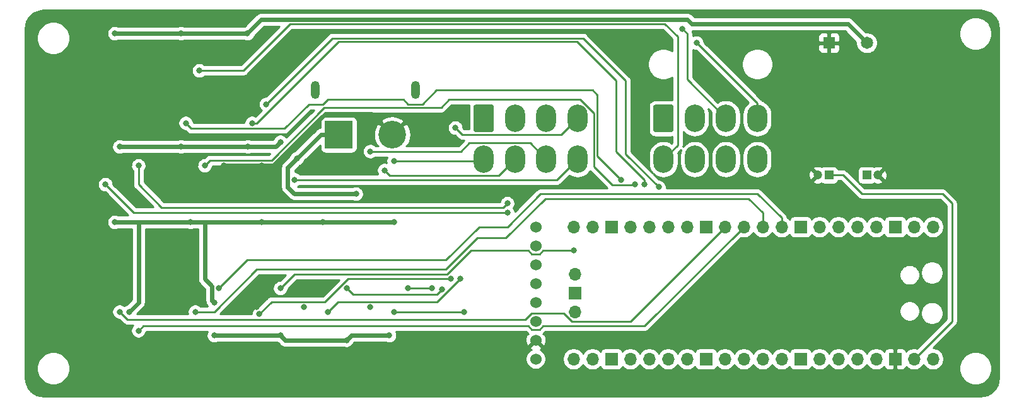
<source format=gbr>
G04 #@! TF.GenerationSoftware,KiCad,Pcbnew,(5.1.10-1-10_14)*
G04 #@! TF.CreationDate,2021-11-10T20:03:13-05:00*
G04 #@! TF.ProjectId,ISAAC_V2,49534141-435f-4563-922e-6b696361645f,rev?*
G04 #@! TF.SameCoordinates,Original*
G04 #@! TF.FileFunction,Copper,L2,Bot*
G04 #@! TF.FilePolarity,Positive*
%FSLAX46Y46*%
G04 Gerber Fmt 4.6, Leading zero omitted, Abs format (unit mm)*
G04 Created by KiCad (PCBNEW (5.1.10-1-10_14)) date 2021-11-10 20:03:13*
%MOMM*%
%LPD*%
G01*
G04 APERTURE LIST*
G04 #@! TA.AperFunction,ComponentPad*
%ADD10C,1.200000*%
G04 #@! TD*
G04 #@! TA.AperFunction,ComponentPad*
%ADD11R,1.200000X1.200000*%
G04 #@! TD*
G04 #@! TA.AperFunction,ComponentPad*
%ADD12O,2.700000X3.700000*%
G04 #@! TD*
G04 #@! TA.AperFunction,ComponentPad*
%ADD13R,1.650000X1.650000*%
G04 #@! TD*
G04 #@! TA.AperFunction,ComponentPad*
%ADD14C,1.650000*%
G04 #@! TD*
G04 #@! TA.AperFunction,ComponentPad*
%ADD15R,3.716000X3.716000*%
G04 #@! TD*
G04 #@! TA.AperFunction,ComponentPad*
%ADD16C,3.716000*%
G04 #@! TD*
G04 #@! TA.AperFunction,ComponentPad*
%ADD17O,1.200000X2.400000*%
G04 #@! TD*
G04 #@! TA.AperFunction,ComponentPad*
%ADD18C,1.524000*%
G04 #@! TD*
G04 #@! TA.AperFunction,ComponentPad*
%ADD19O,1.700000X1.700000*%
G04 #@! TD*
G04 #@! TA.AperFunction,ComponentPad*
%ADD20R,1.700000X1.700000*%
G04 #@! TD*
G04 #@! TA.AperFunction,ViaPad*
%ADD21C,0.800000*%
G04 #@! TD*
G04 #@! TA.AperFunction,Conductor*
%ADD22C,0.600000*%
G04 #@! TD*
G04 #@! TA.AperFunction,Conductor*
%ADD23C,0.250000*%
G04 #@! TD*
G04 #@! TA.AperFunction,Conductor*
%ADD24C,0.254000*%
G04 #@! TD*
G04 #@! TA.AperFunction,Conductor*
%ADD25C,0.100000*%
G04 #@! TD*
G04 APERTURE END LIST*
D10*
X214400000Y-95250000D03*
D11*
X215900000Y-95250000D03*
X220980000Y-95250000D03*
D10*
X222480000Y-95250000D03*
D12*
X206275000Y-93130000D03*
X202075000Y-93130000D03*
X197875000Y-93130000D03*
X193675000Y-93130000D03*
X206275000Y-87630000D03*
X202075000Y-87630000D03*
X197875000Y-87630000D03*
G04 #@! TA.AperFunction,ComponentPad*
G36*
G01*
X192325000Y-89229999D02*
X192325000Y-86030001D01*
G75*
G02*
X192575001Y-85780000I250001J0D01*
G01*
X194774999Y-85780000D01*
G75*
G02*
X195025000Y-86030001I0J-250001D01*
G01*
X195025000Y-89229999D01*
G75*
G02*
X194774999Y-89480000I-250001J0D01*
G01*
X192575001Y-89480000D01*
G75*
G02*
X192325000Y-89229999I0J250001D01*
G01*
G37*
G04 #@! TD.AperFunction*
G04 #@! TA.AperFunction,ComponentPad*
G36*
G01*
X168195000Y-89229999D02*
X168195000Y-86030001D01*
G75*
G02*
X168445001Y-85780000I250001J0D01*
G01*
X170644999Y-85780000D01*
G75*
G02*
X170895000Y-86030001I0J-250001D01*
G01*
X170895000Y-89229999D01*
G75*
G02*
X170644999Y-89480000I-250001J0D01*
G01*
X168445001Y-89480000D01*
G75*
G02*
X168195000Y-89229999I0J250001D01*
G01*
G37*
G04 #@! TD.AperFunction*
X173745000Y-87630000D03*
X177945000Y-87630000D03*
X182145000Y-87630000D03*
X169545000Y-93130000D03*
X173745000Y-93130000D03*
X177945000Y-93130000D03*
X182145000Y-93130000D03*
D13*
X215900000Y-77470000D03*
D14*
X220980000Y-77470000D03*
D15*
X150070000Y-89820000D03*
D16*
X157270000Y-89820000D03*
D17*
X146920000Y-83820000D03*
X160420000Y-83820000D03*
D18*
X176530000Y-120015000D03*
X176530000Y-117475000D03*
X176530000Y-114935000D03*
X176530000Y-112395000D03*
X176530000Y-109855000D03*
X176530000Y-107315000D03*
X176530000Y-104775000D03*
X176530000Y-102235000D03*
D19*
X229870000Y-102235000D03*
X227330000Y-102235000D03*
D20*
X224790000Y-102235000D03*
D19*
X222250000Y-102235000D03*
X219710000Y-102235000D03*
X217170000Y-102235000D03*
X214630000Y-102235000D03*
D20*
X212090000Y-102235000D03*
D19*
X209550000Y-102235000D03*
X207010000Y-102235000D03*
X204470000Y-102235000D03*
X201930000Y-102235000D03*
D20*
X199390000Y-102235000D03*
D19*
X196850000Y-102235000D03*
X194310000Y-102235000D03*
X191770000Y-102235000D03*
X189230000Y-102235000D03*
D20*
X186690000Y-102235000D03*
D19*
X184150000Y-102235000D03*
X181610000Y-102235000D03*
X181610000Y-120015000D03*
X184150000Y-120015000D03*
D20*
X186690000Y-120015000D03*
D19*
X189230000Y-120015000D03*
X191770000Y-120015000D03*
X194310000Y-120015000D03*
X196850000Y-120015000D03*
D20*
X199390000Y-120015000D03*
D19*
X201930000Y-120015000D03*
X204470000Y-120015000D03*
X207010000Y-120015000D03*
X209550000Y-120015000D03*
D20*
X212090000Y-120015000D03*
D19*
X214630000Y-120015000D03*
X217170000Y-120015000D03*
X219710000Y-120015000D03*
X222250000Y-120015000D03*
D20*
X224790000Y-120015000D03*
D19*
X227330000Y-120015000D03*
X229870000Y-120015000D03*
X181840000Y-108585000D03*
D20*
X181840000Y-111125000D03*
D19*
X181840000Y-113665000D03*
D21*
X117475000Y-87630000D03*
X120015000Y-87630000D03*
X126365000Y-87630000D03*
X154305000Y-113030000D03*
X145415000Y-113030000D03*
X136525000Y-113030000D03*
X127635000Y-113030000D03*
X117475000Y-113030000D03*
X135255000Y-87630000D03*
X121920000Y-93980000D03*
X125730000Y-93980000D03*
X130810000Y-93980000D03*
X139700000Y-93980000D03*
X134620000Y-93980000D03*
X117475000Y-93980000D03*
X158750000Y-119380000D03*
X153670000Y-119380000D03*
X149860000Y-119380000D03*
X144780000Y-119380000D03*
X140970000Y-119380000D03*
X135890000Y-119380000D03*
X132080000Y-119380000D03*
X127000000Y-119380000D03*
X121920000Y-119380000D03*
X116840000Y-119380000D03*
X214400000Y-92559000D03*
X139065000Y-113030000D03*
X147955000Y-101600000D03*
X139700000Y-101600000D03*
X157480000Y-101600000D03*
X137795000Y-76200000D03*
X128905000Y-76200000D03*
X120015000Y-76200000D03*
X152400000Y-97790000D03*
X128905000Y-91440000D03*
X120650000Y-91440000D03*
X142240000Y-90805000D03*
X144462500Y-93027500D03*
X137885010Y-91440000D03*
X130175000Y-101600000D03*
X120015000Y-101600000D03*
X121920000Y-113665000D03*
X133350000Y-112395000D03*
X151130000Y-117475000D03*
X156845000Y-116840000D03*
X142240000Y-116840000D03*
X133350000Y-116840000D03*
X165735000Y-88900000D03*
X157480000Y-93345000D03*
X156210000Y-94615000D03*
X154305000Y-92075000D03*
X144145000Y-95885000D03*
X196215000Y-75565000D03*
X198120000Y-77470000D03*
X131360000Y-81195000D03*
X159384295Y-110490705D03*
X162560000Y-110490000D03*
X157540000Y-113725000D03*
X166945000Y-113725000D03*
X151130000Y-110490000D03*
X163952340Y-110612340D03*
X148590000Y-113665000D03*
X166370000Y-109220000D03*
X142240000Y-110490000D03*
X181610000Y-105410000D03*
X165100000Y-109220000D03*
X139382500Y-113982500D03*
X133985000Y-110490000D03*
X130810000Y-113665000D03*
X123190000Y-116205000D03*
X120650000Y-113665000D03*
X193040000Y-96879998D03*
X140335000Y-85725000D03*
X191135000Y-96520000D03*
X138430000Y-88265000D03*
X132080000Y-93980000D03*
X189865000Y-96520000D03*
X129540000Y-88265000D03*
X187960000Y-95885000D03*
X172720000Y-99060000D03*
X123190000Y-93980000D03*
X172720000Y-100330000D03*
X118745000Y-96520000D03*
D22*
X134620000Y-93980000D02*
X139700000Y-93980000D01*
X116840000Y-119380000D02*
X121920000Y-119380000D01*
X127000000Y-119380000D02*
X121920000Y-119380000D01*
X127000000Y-119380000D02*
X132080000Y-119380000D01*
X132080000Y-119380000D02*
X135890000Y-119380000D01*
X135890000Y-119380000D02*
X140970000Y-119380000D01*
X140970000Y-119380000D02*
X144780000Y-119380000D01*
X144780000Y-119380000D02*
X149860000Y-119380000D01*
X149860000Y-119380000D02*
X153670000Y-119380000D01*
X153670000Y-119380000D02*
X158750000Y-119380000D01*
X157270000Y-89820000D02*
X154445000Y-86995000D01*
X141293998Y-93980000D02*
X139700000Y-93980000D01*
X148278998Y-86995000D02*
X141293998Y-93980000D01*
X154445000Y-86995000D02*
X148278998Y-86995000D01*
D23*
X232410000Y-99060000D02*
X232410000Y-114935000D01*
X231140000Y-97790000D02*
X232410000Y-99060000D01*
X220345000Y-97790000D02*
X231140000Y-97790000D01*
X232410000Y-114935000D02*
X227330000Y-120015000D01*
X217805000Y-95250000D02*
X220345000Y-97790000D01*
X215900000Y-95250000D02*
X217805000Y-95250000D01*
D22*
X147955000Y-101600000D02*
X139700000Y-101600000D01*
X157480000Y-101600000D02*
X147955000Y-101600000D01*
X137795000Y-76200000D02*
X128905000Y-76200000D01*
X128905000Y-76200000D02*
X120015000Y-76200000D01*
X150070000Y-89820000D02*
X147670000Y-89820000D01*
X147670000Y-89820000D02*
X144462500Y-93027500D01*
X143244999Y-94245001D02*
X143244999Y-96889999D01*
X143244999Y-96889999D02*
X144145000Y-97790000D01*
X144145000Y-97790000D02*
X152400000Y-97790000D01*
X152400000Y-97790000D02*
X152400000Y-97790000D01*
X128905000Y-91440000D02*
X120650000Y-91440000D01*
X142240000Y-90805000D02*
X142240000Y-90805000D01*
X144462500Y-93027500D02*
X143244999Y-94245001D01*
X128905000Y-91440000D02*
X137885010Y-91440000D01*
X142240000Y-90805000D02*
X141605000Y-91440000D01*
X141605000Y-91440000D02*
X137885010Y-91440000D01*
X139700000Y-101600000D02*
X130175000Y-101600000D01*
X139690010Y-74304990D02*
X137795000Y-76200000D01*
X196859990Y-74304990D02*
X139690010Y-74304990D01*
X197485000Y-74930000D02*
X196859990Y-74304990D01*
X218440000Y-74930000D02*
X197485000Y-74930000D01*
X220980000Y-77470000D02*
X218440000Y-74930000D01*
X123190000Y-112395000D02*
X121920000Y-113665000D01*
X130175000Y-101600000D02*
X123190000Y-101600000D01*
X123190000Y-101600000D02*
X123190000Y-112395000D01*
X123190000Y-101600000D02*
X120015000Y-101600000D01*
X133084999Y-110224999D02*
X133084999Y-112129999D01*
X133084999Y-112129999D02*
X133350000Y-112395000D01*
X132080000Y-109220000D02*
X133084999Y-110224999D01*
X132080000Y-101600000D02*
X132080000Y-109220000D01*
X151765000Y-116840000D02*
X151130000Y-117475000D01*
X156845000Y-116840000D02*
X151765000Y-116840000D01*
X142875000Y-117475000D02*
X142240000Y-116840000D01*
X151130000Y-117475000D02*
X142875000Y-117475000D01*
X142240000Y-116840000D02*
X133350000Y-116840000D01*
D23*
X179969990Y-89805010D02*
X182145000Y-87630000D01*
X166640010Y-89805010D02*
X179969990Y-89805010D01*
X165735000Y-88900000D02*
X166640010Y-89805010D01*
X169330000Y-93345000D02*
X169545000Y-93130000D01*
X157480000Y-93345000D02*
X169330000Y-93345000D01*
X171569990Y-95305010D02*
X173745000Y-93130000D01*
X156900010Y-95305010D02*
X171569990Y-95305010D01*
X156210000Y-94615000D02*
X156900010Y-95305010D01*
X154305000Y-92075000D02*
X166455020Y-92075000D01*
X175769990Y-90954990D02*
X177945000Y-93130000D01*
X167575030Y-90954990D02*
X175769990Y-90954990D01*
X166455020Y-92075000D02*
X167575030Y-90954990D01*
X179390000Y-95885000D02*
X182145000Y-93130000D01*
X144145000Y-95885000D02*
X179390000Y-95885000D01*
X196215000Y-75565000D02*
X196850000Y-76200000D01*
X196850000Y-82405000D02*
X202075000Y-87630000D01*
X196850000Y-76200000D02*
X196850000Y-82405000D01*
X206275000Y-85625000D02*
X198120000Y-77470000D01*
X206275000Y-87630000D02*
X206275000Y-85625000D01*
X193871998Y-74930000D02*
X195580000Y-76638002D01*
X195580000Y-91225000D02*
X193675000Y-93130000D01*
X143510000Y-74930000D02*
X193871998Y-74930000D01*
X137245000Y-81195000D02*
X143510000Y-74930000D01*
X195580000Y-76638002D02*
X195580000Y-91225000D01*
X131360000Y-81195000D02*
X137245000Y-81195000D01*
X162559295Y-110490705D02*
X162560000Y-110490000D01*
X159384295Y-110490705D02*
X162559295Y-110490705D01*
X162560000Y-110490000D02*
X162560000Y-110490000D01*
X157540000Y-113725000D02*
X166945000Y-113725000D01*
X166945000Y-113725000D02*
X166945000Y-113725000D01*
X151969839Y-111329839D02*
X163234841Y-111329839D01*
X163234841Y-111329839D02*
X163952340Y-110612340D01*
X151130000Y-110490000D02*
X151969839Y-111329839D01*
X164465000Y-111125000D02*
X164465000Y-111125000D01*
X149950001Y-112304999D02*
X163285001Y-112304999D01*
X148590000Y-113665000D02*
X149950001Y-112304999D01*
X163285001Y-112304999D02*
X166370000Y-109220000D01*
X217170000Y-102870000D02*
X217170000Y-102235000D01*
X176008239Y-105862001D02*
X177051761Y-105862001D01*
X177503762Y-105410000D02*
X181610000Y-105410000D01*
X175556238Y-105410000D02*
X176008239Y-105862001D01*
X177051761Y-105862001D02*
X177503762Y-105410000D01*
X167836998Y-105410000D02*
X175556238Y-105410000D01*
X144145000Y-108585000D02*
X164661998Y-108585000D01*
X164661998Y-108585000D02*
X167836998Y-105410000D01*
X142240000Y-110490000D02*
X144145000Y-108585000D01*
X181610000Y-105410000D02*
X181610000Y-105410000D01*
X165100000Y-109220000D02*
X165100000Y-109220000D01*
X148241999Y-112304999D02*
X151326998Y-109220000D01*
X139382500Y-113982500D02*
X141060001Y-112304999D01*
X151326998Y-109220000D02*
X165100000Y-109220000D01*
X141060001Y-112304999D02*
X148241999Y-112304999D01*
X172720000Y-102235000D02*
X168910000Y-102235000D01*
X164465000Y-106680000D02*
X137795000Y-106680000D01*
X206307081Y-97790000D02*
X177165000Y-97790000D01*
X168910000Y-102235000D02*
X164465000Y-106680000D01*
X177165000Y-97790000D02*
X172720000Y-102235000D01*
X209550000Y-102235000D02*
X209550000Y-101032919D01*
X137795000Y-106680000D02*
X133985000Y-110490000D01*
X209550000Y-101032919D02*
X206307081Y-97790000D01*
X205105000Y-98425000D02*
X207010000Y-100330000D01*
X168727001Y-103687999D02*
X172537001Y-103687999D01*
X207010000Y-100330000D02*
X207010000Y-102235000D01*
X177800000Y-98425000D02*
X205105000Y-98425000D01*
X164465000Y-107950000D02*
X168727001Y-103687999D01*
X172537001Y-103687999D02*
X177800000Y-98425000D01*
X139065000Y-107950000D02*
X164465000Y-107950000D01*
X133350000Y-113665000D02*
X139065000Y-107950000D01*
X130810000Y-113665000D02*
X133350000Y-113665000D01*
X191135000Y-115570000D02*
X204470000Y-102235000D01*
X177503762Y-115570000D02*
X191135000Y-115570000D01*
X177051761Y-116022001D02*
X177503762Y-115570000D01*
X176008239Y-116022001D02*
X177051761Y-116022001D01*
X175556238Y-115570000D02*
X176008239Y-116022001D01*
X123825000Y-115570000D02*
X175556238Y-115570000D01*
X123190000Y-116205000D02*
X123825000Y-115570000D01*
X180283997Y-113847999D02*
X181370998Y-114935000D01*
X176008239Y-113847999D02*
X180283997Y-113847999D01*
X175148737Y-114707501D02*
X176008239Y-113847999D01*
X121692501Y-114707501D02*
X175148737Y-114707501D01*
X120650000Y-113665000D02*
X121692501Y-114707501D01*
X189230000Y-114935000D02*
X201930000Y-102235000D01*
X181370998Y-114935000D02*
X189230000Y-114935000D01*
X149225000Y-76835000D02*
X140335000Y-85725000D01*
X188595000Y-82550000D02*
X182880000Y-76835000D01*
X188595000Y-92434998D02*
X188595000Y-82550000D01*
X182880000Y-76835000D02*
X149225000Y-76835000D01*
X193040000Y-96879998D02*
X188595000Y-92434998D01*
X139065000Y-88265000D02*
X138430000Y-88265000D01*
X150044990Y-77285010D02*
X139065000Y-88265000D01*
X182060010Y-77285010D02*
X150044990Y-77285010D01*
X187325000Y-82550000D02*
X182060010Y-77285010D01*
X187325000Y-92075000D02*
X187325000Y-82550000D01*
X191135000Y-95885000D02*
X187325000Y-92075000D01*
X191135000Y-96520000D02*
X191135000Y-95885000D01*
X189865000Y-96520000D02*
X189865000Y-96520000D01*
X186780001Y-96610001D02*
X189774999Y-96610001D01*
X189774999Y-96610001D02*
X189865000Y-96520000D01*
X184334990Y-86951169D02*
X184334990Y-94164990D01*
X164915009Y-85090000D02*
X182473821Y-85090000D01*
X184334990Y-94164990D02*
X186780001Y-96610001D01*
X182473821Y-85090000D02*
X184334990Y-86951169D01*
X148139991Y-86175009D02*
X163830000Y-86175009D01*
X141060001Y-93254999D02*
X148139991Y-86175009D01*
X163830000Y-86175009D02*
X164915009Y-85090000D01*
X132805001Y-93254999D02*
X141060001Y-93254999D01*
X132080000Y-93980000D02*
X132805001Y-93254999D01*
X184785000Y-92710000D02*
X187960000Y-95885000D01*
X184785000Y-84455000D02*
X184785000Y-92710000D01*
X159385000Y-85725000D02*
X161290000Y-85725000D01*
X184150000Y-83820000D02*
X184785000Y-84455000D01*
X163195000Y-83820000D02*
X184150000Y-83820000D01*
X158750000Y-85090000D02*
X159385000Y-85725000D01*
X146050000Y-85725000D02*
X147955000Y-85725000D01*
X147955000Y-85725000D02*
X148590000Y-85090000D01*
X148590000Y-85090000D02*
X158750000Y-85090000D01*
X161290000Y-85725000D02*
X163195000Y-83820000D01*
X129540000Y-88265000D02*
X130265001Y-88990001D01*
X130265001Y-88990001D02*
X142784999Y-88990001D01*
X142784999Y-88990001D02*
X146050000Y-85725000D01*
X123190000Y-93980000D02*
X123190000Y-96520000D01*
X172175001Y-99604999D02*
X172720000Y-99060000D01*
X126274999Y-99604999D02*
X172175001Y-99604999D01*
X123190000Y-96520000D02*
X126274999Y-99604999D01*
X122555000Y-100330000D02*
X118745000Y-96520000D01*
X172720000Y-100330000D02*
X122555000Y-100330000D01*
D24*
X236703006Y-73125644D02*
X237167614Y-73265918D01*
X237596127Y-73493762D01*
X237972224Y-73800499D01*
X238281580Y-74174447D01*
X238512411Y-74601359D01*
X238655925Y-75064979D01*
X238710000Y-75579463D01*
X238710001Y-122521486D01*
X238659356Y-123038006D01*
X238519082Y-123502614D01*
X238291238Y-123931127D01*
X237984501Y-124307224D01*
X237610554Y-124616579D01*
X237183641Y-124847411D01*
X236720021Y-124990925D01*
X236205537Y-125045000D01*
X110523504Y-125045000D01*
X110006994Y-124994356D01*
X109542386Y-124854082D01*
X109113873Y-124626238D01*
X108737776Y-124319501D01*
X108428421Y-123945554D01*
X108197589Y-123518641D01*
X108054075Y-123055021D01*
X108000000Y-122540537D01*
X108000000Y-121064872D01*
X109525000Y-121064872D01*
X109525000Y-121505128D01*
X109610890Y-121936925D01*
X109779369Y-122343669D01*
X110023962Y-122709729D01*
X110335271Y-123021038D01*
X110701331Y-123265631D01*
X111108075Y-123434110D01*
X111539872Y-123520000D01*
X111980128Y-123520000D01*
X112411925Y-123434110D01*
X112818669Y-123265631D01*
X113184729Y-123021038D01*
X113496038Y-122709729D01*
X113740631Y-122343669D01*
X113909110Y-121936925D01*
X113995000Y-121505128D01*
X113995000Y-121064872D01*
X113909110Y-120633075D01*
X113740631Y-120226331D01*
X113507489Y-119877408D01*
X175133000Y-119877408D01*
X175133000Y-120152592D01*
X175186686Y-120422490D01*
X175291995Y-120676727D01*
X175444880Y-120905535D01*
X175639465Y-121100120D01*
X175868273Y-121253005D01*
X176122510Y-121358314D01*
X176392408Y-121412000D01*
X176667592Y-121412000D01*
X176937490Y-121358314D01*
X177191727Y-121253005D01*
X177420535Y-121100120D01*
X177615120Y-120905535D01*
X177768005Y-120676727D01*
X177873314Y-120422490D01*
X177927000Y-120152592D01*
X177927000Y-119877408D01*
X177925276Y-119868740D01*
X180125000Y-119868740D01*
X180125000Y-120161260D01*
X180182068Y-120448158D01*
X180294010Y-120718411D01*
X180456525Y-120961632D01*
X180663368Y-121168475D01*
X180906589Y-121330990D01*
X181176842Y-121442932D01*
X181463740Y-121500000D01*
X181756260Y-121500000D01*
X182043158Y-121442932D01*
X182313411Y-121330990D01*
X182556632Y-121168475D01*
X182763475Y-120961632D01*
X182880000Y-120787240D01*
X182996525Y-120961632D01*
X183203368Y-121168475D01*
X183446589Y-121330990D01*
X183716842Y-121442932D01*
X184003740Y-121500000D01*
X184296260Y-121500000D01*
X184583158Y-121442932D01*
X184853411Y-121330990D01*
X185096632Y-121168475D01*
X185228487Y-121036620D01*
X185250498Y-121109180D01*
X185309463Y-121219494D01*
X185388815Y-121316185D01*
X185485506Y-121395537D01*
X185595820Y-121454502D01*
X185715518Y-121490812D01*
X185840000Y-121503072D01*
X187540000Y-121503072D01*
X187664482Y-121490812D01*
X187784180Y-121454502D01*
X187894494Y-121395537D01*
X187991185Y-121316185D01*
X188070537Y-121219494D01*
X188129502Y-121109180D01*
X188151513Y-121036620D01*
X188283368Y-121168475D01*
X188526589Y-121330990D01*
X188796842Y-121442932D01*
X189083740Y-121500000D01*
X189376260Y-121500000D01*
X189663158Y-121442932D01*
X189933411Y-121330990D01*
X190176632Y-121168475D01*
X190383475Y-120961632D01*
X190500000Y-120787240D01*
X190616525Y-120961632D01*
X190823368Y-121168475D01*
X191066589Y-121330990D01*
X191336842Y-121442932D01*
X191623740Y-121500000D01*
X191916260Y-121500000D01*
X192203158Y-121442932D01*
X192473411Y-121330990D01*
X192716632Y-121168475D01*
X192923475Y-120961632D01*
X193040000Y-120787240D01*
X193156525Y-120961632D01*
X193363368Y-121168475D01*
X193606589Y-121330990D01*
X193876842Y-121442932D01*
X194163740Y-121500000D01*
X194456260Y-121500000D01*
X194743158Y-121442932D01*
X195013411Y-121330990D01*
X195256632Y-121168475D01*
X195463475Y-120961632D01*
X195580000Y-120787240D01*
X195696525Y-120961632D01*
X195903368Y-121168475D01*
X196146589Y-121330990D01*
X196416842Y-121442932D01*
X196703740Y-121500000D01*
X196996260Y-121500000D01*
X197283158Y-121442932D01*
X197553411Y-121330990D01*
X197796632Y-121168475D01*
X197928487Y-121036620D01*
X197950498Y-121109180D01*
X198009463Y-121219494D01*
X198088815Y-121316185D01*
X198185506Y-121395537D01*
X198295820Y-121454502D01*
X198415518Y-121490812D01*
X198540000Y-121503072D01*
X200240000Y-121503072D01*
X200364482Y-121490812D01*
X200484180Y-121454502D01*
X200594494Y-121395537D01*
X200691185Y-121316185D01*
X200770537Y-121219494D01*
X200829502Y-121109180D01*
X200851513Y-121036620D01*
X200983368Y-121168475D01*
X201226589Y-121330990D01*
X201496842Y-121442932D01*
X201783740Y-121500000D01*
X202076260Y-121500000D01*
X202363158Y-121442932D01*
X202633411Y-121330990D01*
X202876632Y-121168475D01*
X203083475Y-120961632D01*
X203200000Y-120787240D01*
X203316525Y-120961632D01*
X203523368Y-121168475D01*
X203766589Y-121330990D01*
X204036842Y-121442932D01*
X204323740Y-121500000D01*
X204616260Y-121500000D01*
X204903158Y-121442932D01*
X205173411Y-121330990D01*
X205416632Y-121168475D01*
X205623475Y-120961632D01*
X205740000Y-120787240D01*
X205856525Y-120961632D01*
X206063368Y-121168475D01*
X206306589Y-121330990D01*
X206576842Y-121442932D01*
X206863740Y-121500000D01*
X207156260Y-121500000D01*
X207443158Y-121442932D01*
X207713411Y-121330990D01*
X207956632Y-121168475D01*
X208163475Y-120961632D01*
X208280000Y-120787240D01*
X208396525Y-120961632D01*
X208603368Y-121168475D01*
X208846589Y-121330990D01*
X209116842Y-121442932D01*
X209403740Y-121500000D01*
X209696260Y-121500000D01*
X209983158Y-121442932D01*
X210253411Y-121330990D01*
X210496632Y-121168475D01*
X210628487Y-121036620D01*
X210650498Y-121109180D01*
X210709463Y-121219494D01*
X210788815Y-121316185D01*
X210885506Y-121395537D01*
X210995820Y-121454502D01*
X211115518Y-121490812D01*
X211240000Y-121503072D01*
X212940000Y-121503072D01*
X213064482Y-121490812D01*
X213184180Y-121454502D01*
X213294494Y-121395537D01*
X213391185Y-121316185D01*
X213470537Y-121219494D01*
X213529502Y-121109180D01*
X213551513Y-121036620D01*
X213683368Y-121168475D01*
X213926589Y-121330990D01*
X214196842Y-121442932D01*
X214483740Y-121500000D01*
X214776260Y-121500000D01*
X215063158Y-121442932D01*
X215333411Y-121330990D01*
X215576632Y-121168475D01*
X215783475Y-120961632D01*
X215900000Y-120787240D01*
X216016525Y-120961632D01*
X216223368Y-121168475D01*
X216466589Y-121330990D01*
X216736842Y-121442932D01*
X217023740Y-121500000D01*
X217316260Y-121500000D01*
X217603158Y-121442932D01*
X217873411Y-121330990D01*
X218116632Y-121168475D01*
X218323475Y-120961632D01*
X218440000Y-120787240D01*
X218556525Y-120961632D01*
X218763368Y-121168475D01*
X219006589Y-121330990D01*
X219276842Y-121442932D01*
X219563740Y-121500000D01*
X219856260Y-121500000D01*
X220143158Y-121442932D01*
X220413411Y-121330990D01*
X220656632Y-121168475D01*
X220863475Y-120961632D01*
X220980000Y-120787240D01*
X221096525Y-120961632D01*
X221303368Y-121168475D01*
X221546589Y-121330990D01*
X221816842Y-121442932D01*
X222103740Y-121500000D01*
X222396260Y-121500000D01*
X222683158Y-121442932D01*
X222953411Y-121330990D01*
X223196632Y-121168475D01*
X223328487Y-121036620D01*
X223350498Y-121109180D01*
X223409463Y-121219494D01*
X223488815Y-121316185D01*
X223585506Y-121395537D01*
X223695820Y-121454502D01*
X223815518Y-121490812D01*
X223940000Y-121503072D01*
X224504250Y-121500000D01*
X224663000Y-121341250D01*
X224663000Y-120142000D01*
X224643000Y-120142000D01*
X224643000Y-119888000D01*
X224663000Y-119888000D01*
X224663000Y-118688750D01*
X224504250Y-118530000D01*
X223940000Y-118526928D01*
X223815518Y-118539188D01*
X223695820Y-118575498D01*
X223585506Y-118634463D01*
X223488815Y-118713815D01*
X223409463Y-118810506D01*
X223350498Y-118920820D01*
X223328487Y-118993380D01*
X223196632Y-118861525D01*
X222953411Y-118699010D01*
X222683158Y-118587068D01*
X222396260Y-118530000D01*
X222103740Y-118530000D01*
X221816842Y-118587068D01*
X221546589Y-118699010D01*
X221303368Y-118861525D01*
X221096525Y-119068368D01*
X220980000Y-119242760D01*
X220863475Y-119068368D01*
X220656632Y-118861525D01*
X220413411Y-118699010D01*
X220143158Y-118587068D01*
X219856260Y-118530000D01*
X219563740Y-118530000D01*
X219276842Y-118587068D01*
X219006589Y-118699010D01*
X218763368Y-118861525D01*
X218556525Y-119068368D01*
X218440000Y-119242760D01*
X218323475Y-119068368D01*
X218116632Y-118861525D01*
X217873411Y-118699010D01*
X217603158Y-118587068D01*
X217316260Y-118530000D01*
X217023740Y-118530000D01*
X216736842Y-118587068D01*
X216466589Y-118699010D01*
X216223368Y-118861525D01*
X216016525Y-119068368D01*
X215900000Y-119242760D01*
X215783475Y-119068368D01*
X215576632Y-118861525D01*
X215333411Y-118699010D01*
X215063158Y-118587068D01*
X214776260Y-118530000D01*
X214483740Y-118530000D01*
X214196842Y-118587068D01*
X213926589Y-118699010D01*
X213683368Y-118861525D01*
X213551513Y-118993380D01*
X213529502Y-118920820D01*
X213470537Y-118810506D01*
X213391185Y-118713815D01*
X213294494Y-118634463D01*
X213184180Y-118575498D01*
X213064482Y-118539188D01*
X212940000Y-118526928D01*
X211240000Y-118526928D01*
X211115518Y-118539188D01*
X210995820Y-118575498D01*
X210885506Y-118634463D01*
X210788815Y-118713815D01*
X210709463Y-118810506D01*
X210650498Y-118920820D01*
X210628487Y-118993380D01*
X210496632Y-118861525D01*
X210253411Y-118699010D01*
X209983158Y-118587068D01*
X209696260Y-118530000D01*
X209403740Y-118530000D01*
X209116842Y-118587068D01*
X208846589Y-118699010D01*
X208603368Y-118861525D01*
X208396525Y-119068368D01*
X208280000Y-119242760D01*
X208163475Y-119068368D01*
X207956632Y-118861525D01*
X207713411Y-118699010D01*
X207443158Y-118587068D01*
X207156260Y-118530000D01*
X206863740Y-118530000D01*
X206576842Y-118587068D01*
X206306589Y-118699010D01*
X206063368Y-118861525D01*
X205856525Y-119068368D01*
X205740000Y-119242760D01*
X205623475Y-119068368D01*
X205416632Y-118861525D01*
X205173411Y-118699010D01*
X204903158Y-118587068D01*
X204616260Y-118530000D01*
X204323740Y-118530000D01*
X204036842Y-118587068D01*
X203766589Y-118699010D01*
X203523368Y-118861525D01*
X203316525Y-119068368D01*
X203200000Y-119242760D01*
X203083475Y-119068368D01*
X202876632Y-118861525D01*
X202633411Y-118699010D01*
X202363158Y-118587068D01*
X202076260Y-118530000D01*
X201783740Y-118530000D01*
X201496842Y-118587068D01*
X201226589Y-118699010D01*
X200983368Y-118861525D01*
X200851513Y-118993380D01*
X200829502Y-118920820D01*
X200770537Y-118810506D01*
X200691185Y-118713815D01*
X200594494Y-118634463D01*
X200484180Y-118575498D01*
X200364482Y-118539188D01*
X200240000Y-118526928D01*
X198540000Y-118526928D01*
X198415518Y-118539188D01*
X198295820Y-118575498D01*
X198185506Y-118634463D01*
X198088815Y-118713815D01*
X198009463Y-118810506D01*
X197950498Y-118920820D01*
X197928487Y-118993380D01*
X197796632Y-118861525D01*
X197553411Y-118699010D01*
X197283158Y-118587068D01*
X196996260Y-118530000D01*
X196703740Y-118530000D01*
X196416842Y-118587068D01*
X196146589Y-118699010D01*
X195903368Y-118861525D01*
X195696525Y-119068368D01*
X195580000Y-119242760D01*
X195463475Y-119068368D01*
X195256632Y-118861525D01*
X195013411Y-118699010D01*
X194743158Y-118587068D01*
X194456260Y-118530000D01*
X194163740Y-118530000D01*
X193876842Y-118587068D01*
X193606589Y-118699010D01*
X193363368Y-118861525D01*
X193156525Y-119068368D01*
X193040000Y-119242760D01*
X192923475Y-119068368D01*
X192716632Y-118861525D01*
X192473411Y-118699010D01*
X192203158Y-118587068D01*
X191916260Y-118530000D01*
X191623740Y-118530000D01*
X191336842Y-118587068D01*
X191066589Y-118699010D01*
X190823368Y-118861525D01*
X190616525Y-119068368D01*
X190500000Y-119242760D01*
X190383475Y-119068368D01*
X190176632Y-118861525D01*
X189933411Y-118699010D01*
X189663158Y-118587068D01*
X189376260Y-118530000D01*
X189083740Y-118530000D01*
X188796842Y-118587068D01*
X188526589Y-118699010D01*
X188283368Y-118861525D01*
X188151513Y-118993380D01*
X188129502Y-118920820D01*
X188070537Y-118810506D01*
X187991185Y-118713815D01*
X187894494Y-118634463D01*
X187784180Y-118575498D01*
X187664482Y-118539188D01*
X187540000Y-118526928D01*
X185840000Y-118526928D01*
X185715518Y-118539188D01*
X185595820Y-118575498D01*
X185485506Y-118634463D01*
X185388815Y-118713815D01*
X185309463Y-118810506D01*
X185250498Y-118920820D01*
X185228487Y-118993380D01*
X185096632Y-118861525D01*
X184853411Y-118699010D01*
X184583158Y-118587068D01*
X184296260Y-118530000D01*
X184003740Y-118530000D01*
X183716842Y-118587068D01*
X183446589Y-118699010D01*
X183203368Y-118861525D01*
X182996525Y-119068368D01*
X182880000Y-119242760D01*
X182763475Y-119068368D01*
X182556632Y-118861525D01*
X182313411Y-118699010D01*
X182043158Y-118587068D01*
X181756260Y-118530000D01*
X181463740Y-118530000D01*
X181176842Y-118587068D01*
X180906589Y-118699010D01*
X180663368Y-118861525D01*
X180456525Y-119068368D01*
X180294010Y-119311589D01*
X180182068Y-119581842D01*
X180125000Y-119868740D01*
X177925276Y-119868740D01*
X177873314Y-119607510D01*
X177768005Y-119353273D01*
X177615120Y-119124465D01*
X177420535Y-118929880D01*
X177191727Y-118776995D01*
X177120057Y-118747308D01*
X177133023Y-118742636D01*
X177248980Y-118680656D01*
X177315960Y-118440565D01*
X176530000Y-117654605D01*
X175744040Y-118440565D01*
X175811020Y-118680656D01*
X175946760Y-118744485D01*
X175868273Y-118776995D01*
X175639465Y-118929880D01*
X175444880Y-119124465D01*
X175291995Y-119353273D01*
X175186686Y-119607510D01*
X175133000Y-119877408D01*
X113507489Y-119877408D01*
X113496038Y-119860271D01*
X113184729Y-119548962D01*
X112818669Y-119304369D01*
X112411925Y-119135890D01*
X111980128Y-119050000D01*
X111539872Y-119050000D01*
X111108075Y-119135890D01*
X110701331Y-119304369D01*
X110335271Y-119548962D01*
X110023962Y-119860271D01*
X109779369Y-120226331D01*
X109610890Y-120633075D01*
X109525000Y-121064872D01*
X108000000Y-121064872D01*
X108000000Y-96418061D01*
X117710000Y-96418061D01*
X117710000Y-96621939D01*
X117749774Y-96821898D01*
X117827795Y-97010256D01*
X117941063Y-97179774D01*
X118085226Y-97323937D01*
X118254744Y-97437205D01*
X118443102Y-97515226D01*
X118643061Y-97555000D01*
X118705199Y-97555000D01*
X121815198Y-100665000D01*
X120462295Y-100665000D01*
X120316898Y-100604774D01*
X120116939Y-100565000D01*
X119913061Y-100565000D01*
X119713102Y-100604774D01*
X119524744Y-100682795D01*
X119355226Y-100796063D01*
X119211063Y-100940226D01*
X119097795Y-101109744D01*
X119019774Y-101298102D01*
X118980000Y-101498061D01*
X118980000Y-101701939D01*
X119019774Y-101901898D01*
X119097795Y-102090256D01*
X119211063Y-102259774D01*
X119355226Y-102403937D01*
X119524744Y-102517205D01*
X119713102Y-102595226D01*
X119913061Y-102635000D01*
X120116939Y-102635000D01*
X120316898Y-102595226D01*
X120462295Y-102535000D01*
X122255000Y-102535000D01*
X122255001Y-112007709D01*
X121575142Y-112687569D01*
X121429744Y-112747795D01*
X121285000Y-112844510D01*
X121140256Y-112747795D01*
X120951898Y-112669774D01*
X120751939Y-112630000D01*
X120548061Y-112630000D01*
X120348102Y-112669774D01*
X120159744Y-112747795D01*
X119990226Y-112861063D01*
X119846063Y-113005226D01*
X119732795Y-113174744D01*
X119654774Y-113363102D01*
X119615000Y-113563061D01*
X119615000Y-113766939D01*
X119654774Y-113966898D01*
X119732795Y-114155256D01*
X119846063Y-114324774D01*
X119990226Y-114468937D01*
X120159744Y-114582205D01*
X120348102Y-114660226D01*
X120548061Y-114700000D01*
X120610199Y-114700000D01*
X121128702Y-115218504D01*
X121152500Y-115247502D01*
X121181498Y-115271300D01*
X121268224Y-115342475D01*
X121377834Y-115401063D01*
X121400254Y-115413047D01*
X121543515Y-115456504D01*
X121655168Y-115467501D01*
X121655177Y-115467501D01*
X121692500Y-115471177D01*
X121729823Y-115467501D01*
X122463788Y-115467501D01*
X122386063Y-115545226D01*
X122272795Y-115714744D01*
X122194774Y-115903102D01*
X122155000Y-116103061D01*
X122155000Y-116306939D01*
X122194774Y-116506898D01*
X122272795Y-116695256D01*
X122386063Y-116864774D01*
X122530226Y-117008937D01*
X122699744Y-117122205D01*
X122888102Y-117200226D01*
X123088061Y-117240000D01*
X123291939Y-117240000D01*
X123491898Y-117200226D01*
X123680256Y-117122205D01*
X123849774Y-117008937D01*
X123993937Y-116864774D01*
X124107205Y-116695256D01*
X124185226Y-116506898D01*
X124220413Y-116330000D01*
X132445987Y-116330000D01*
X132432795Y-116349744D01*
X132354774Y-116538102D01*
X132315000Y-116738061D01*
X132315000Y-116941939D01*
X132354774Y-117141898D01*
X132432795Y-117330256D01*
X132546063Y-117499774D01*
X132690226Y-117643937D01*
X132859744Y-117757205D01*
X133048102Y-117835226D01*
X133248061Y-117875000D01*
X133451939Y-117875000D01*
X133651898Y-117835226D01*
X133797295Y-117775000D01*
X141792705Y-117775000D01*
X141895142Y-117817431D01*
X142181370Y-118103659D01*
X142210656Y-118139344D01*
X142353028Y-118256186D01*
X142458880Y-118312765D01*
X142515459Y-118343007D01*
X142691708Y-118396472D01*
X142875000Y-118414524D01*
X142920935Y-118410000D01*
X150682705Y-118410000D01*
X150828102Y-118470226D01*
X151028061Y-118510000D01*
X151231939Y-118510000D01*
X151431898Y-118470226D01*
X151620256Y-118392205D01*
X151789774Y-118278937D01*
X151933937Y-118134774D01*
X152047205Y-117965256D01*
X152107431Y-117819858D01*
X152152289Y-117775000D01*
X156397705Y-117775000D01*
X156543102Y-117835226D01*
X156743061Y-117875000D01*
X156946939Y-117875000D01*
X157146898Y-117835226D01*
X157335256Y-117757205D01*
X157504774Y-117643937D01*
X157648937Y-117499774D01*
X157762205Y-117330256D01*
X157840226Y-117141898D01*
X157880000Y-116941939D01*
X157880000Y-116738061D01*
X157840226Y-116538102D01*
X157762205Y-116349744D01*
X157749013Y-116330000D01*
X175241437Y-116330000D01*
X175444435Y-116532998D01*
X175463917Y-116556737D01*
X175448023Y-116572631D01*
X175564433Y-116689041D01*
X175324344Y-116756020D01*
X175207244Y-117005048D01*
X175140977Y-117272135D01*
X175128090Y-117547017D01*
X175169078Y-117819133D01*
X175262364Y-118078023D01*
X175324344Y-118193980D01*
X175564435Y-118260960D01*
X176350395Y-117475000D01*
X176336253Y-117460858D01*
X176515858Y-117281253D01*
X176530000Y-117295395D01*
X176544143Y-117281253D01*
X176723748Y-117460858D01*
X176709605Y-117475000D01*
X177495565Y-118260960D01*
X177735656Y-118193980D01*
X177852756Y-117944952D01*
X177919023Y-117677865D01*
X177931910Y-117402983D01*
X177890922Y-117130867D01*
X177797636Y-116871977D01*
X177735656Y-116756020D01*
X177495567Y-116689041D01*
X177611977Y-116572631D01*
X177596083Y-116556737D01*
X177615565Y-116532998D01*
X177818563Y-116330000D01*
X191097678Y-116330000D01*
X191135000Y-116333676D01*
X191172322Y-116330000D01*
X191172333Y-116330000D01*
X191283986Y-116319003D01*
X191427247Y-116275546D01*
X191559276Y-116204974D01*
X191675001Y-116110001D01*
X191698804Y-116080997D01*
X194366212Y-113413589D01*
X225325000Y-113413589D01*
X225325000Y-113686411D01*
X225378225Y-113953989D01*
X225482629Y-114206043D01*
X225634201Y-114432886D01*
X225827114Y-114625799D01*
X226053957Y-114777371D01*
X226306011Y-114881775D01*
X226573589Y-114935000D01*
X226846411Y-114935000D01*
X227113989Y-114881775D01*
X227366043Y-114777371D01*
X227592886Y-114625799D01*
X227785799Y-114432886D01*
X227937371Y-114206043D01*
X228041775Y-113953989D01*
X228092532Y-113698816D01*
X228205000Y-113698816D01*
X228205000Y-114001184D01*
X228263989Y-114297743D01*
X228379701Y-114577095D01*
X228547688Y-114828505D01*
X228761495Y-115042312D01*
X229012905Y-115210299D01*
X229292257Y-115326011D01*
X229588816Y-115385000D01*
X229891184Y-115385000D01*
X230187743Y-115326011D01*
X230467095Y-115210299D01*
X230718505Y-115042312D01*
X230932312Y-114828505D01*
X231100299Y-114577095D01*
X231216011Y-114297743D01*
X231275000Y-114001184D01*
X231275000Y-113698816D01*
X231216011Y-113402257D01*
X231100299Y-113122905D01*
X230932312Y-112871495D01*
X230718505Y-112657688D01*
X230467095Y-112489701D01*
X230187743Y-112373989D01*
X229891184Y-112315000D01*
X229588816Y-112315000D01*
X229292257Y-112373989D01*
X229012905Y-112489701D01*
X228761495Y-112657688D01*
X228547688Y-112871495D01*
X228379701Y-113122905D01*
X228263989Y-113402257D01*
X228205000Y-113698816D01*
X228092532Y-113698816D01*
X228095000Y-113686411D01*
X228095000Y-113413589D01*
X228041775Y-113146011D01*
X227937371Y-112893957D01*
X227785799Y-112667114D01*
X227592886Y-112474201D01*
X227366043Y-112322629D01*
X227113989Y-112218225D01*
X226846411Y-112165000D01*
X226573589Y-112165000D01*
X226306011Y-112218225D01*
X226053957Y-112322629D01*
X225827114Y-112474201D01*
X225634201Y-112667114D01*
X225482629Y-112893957D01*
X225378225Y-113146011D01*
X225325000Y-113413589D01*
X194366212Y-113413589D01*
X199216212Y-108563589D01*
X225325000Y-108563589D01*
X225325000Y-108836411D01*
X225378225Y-109103989D01*
X225482629Y-109356043D01*
X225634201Y-109582886D01*
X225827114Y-109775799D01*
X226053957Y-109927371D01*
X226306011Y-110031775D01*
X226573589Y-110085000D01*
X226846411Y-110085000D01*
X227113989Y-110031775D01*
X227366043Y-109927371D01*
X227592886Y-109775799D01*
X227785799Y-109582886D01*
X227937371Y-109356043D01*
X228041775Y-109103989D01*
X228095000Y-108836411D01*
X228095000Y-108563589D01*
X228041775Y-108296011D01*
X228022227Y-108248816D01*
X228205000Y-108248816D01*
X228205000Y-108551184D01*
X228263989Y-108847743D01*
X228379701Y-109127095D01*
X228547688Y-109378505D01*
X228761495Y-109592312D01*
X229012905Y-109760299D01*
X229292257Y-109876011D01*
X229588816Y-109935000D01*
X229891184Y-109935000D01*
X230187743Y-109876011D01*
X230467095Y-109760299D01*
X230718505Y-109592312D01*
X230932312Y-109378505D01*
X231100299Y-109127095D01*
X231216011Y-108847743D01*
X231275000Y-108551184D01*
X231275000Y-108248816D01*
X231216011Y-107952257D01*
X231100299Y-107672905D01*
X230932312Y-107421495D01*
X230718505Y-107207688D01*
X230467095Y-107039701D01*
X230187743Y-106923989D01*
X229891184Y-106865000D01*
X229588816Y-106865000D01*
X229292257Y-106923989D01*
X229012905Y-107039701D01*
X228761495Y-107207688D01*
X228547688Y-107421495D01*
X228379701Y-107672905D01*
X228263989Y-107952257D01*
X228205000Y-108248816D01*
X228022227Y-108248816D01*
X227937371Y-108043957D01*
X227785799Y-107817114D01*
X227592886Y-107624201D01*
X227366043Y-107472629D01*
X227113989Y-107368225D01*
X226846411Y-107315000D01*
X226573589Y-107315000D01*
X226306011Y-107368225D01*
X226053957Y-107472629D01*
X225827114Y-107624201D01*
X225634201Y-107817114D01*
X225482629Y-108043957D01*
X225378225Y-108296011D01*
X225325000Y-108563589D01*
X199216212Y-108563589D01*
X204103592Y-103676210D01*
X204323740Y-103720000D01*
X204616260Y-103720000D01*
X204903158Y-103662932D01*
X205173411Y-103550990D01*
X205416632Y-103388475D01*
X205623475Y-103181632D01*
X205740000Y-103007240D01*
X205856525Y-103181632D01*
X206063368Y-103388475D01*
X206306589Y-103550990D01*
X206576842Y-103662932D01*
X206863740Y-103720000D01*
X207156260Y-103720000D01*
X207443158Y-103662932D01*
X207713411Y-103550990D01*
X207956632Y-103388475D01*
X208163475Y-103181632D01*
X208280000Y-103007240D01*
X208396525Y-103181632D01*
X208603368Y-103388475D01*
X208846589Y-103550990D01*
X209116842Y-103662932D01*
X209403740Y-103720000D01*
X209696260Y-103720000D01*
X209983158Y-103662932D01*
X210253411Y-103550990D01*
X210496632Y-103388475D01*
X210628487Y-103256620D01*
X210650498Y-103329180D01*
X210709463Y-103439494D01*
X210788815Y-103536185D01*
X210885506Y-103615537D01*
X210995820Y-103674502D01*
X211115518Y-103710812D01*
X211240000Y-103723072D01*
X212940000Y-103723072D01*
X213064482Y-103710812D01*
X213184180Y-103674502D01*
X213294494Y-103615537D01*
X213391185Y-103536185D01*
X213470537Y-103439494D01*
X213529502Y-103329180D01*
X213551513Y-103256620D01*
X213683368Y-103388475D01*
X213926589Y-103550990D01*
X214196842Y-103662932D01*
X214483740Y-103720000D01*
X214776260Y-103720000D01*
X215063158Y-103662932D01*
X215333411Y-103550990D01*
X215576632Y-103388475D01*
X215783475Y-103181632D01*
X215900000Y-103007240D01*
X216016525Y-103181632D01*
X216223368Y-103388475D01*
X216466589Y-103550990D01*
X216736842Y-103662932D01*
X217023740Y-103720000D01*
X217316260Y-103720000D01*
X217603158Y-103662932D01*
X217873411Y-103550990D01*
X218116632Y-103388475D01*
X218323475Y-103181632D01*
X218440000Y-103007240D01*
X218556525Y-103181632D01*
X218763368Y-103388475D01*
X219006589Y-103550990D01*
X219276842Y-103662932D01*
X219563740Y-103720000D01*
X219856260Y-103720000D01*
X220143158Y-103662932D01*
X220413411Y-103550990D01*
X220656632Y-103388475D01*
X220863475Y-103181632D01*
X220980000Y-103007240D01*
X221096525Y-103181632D01*
X221303368Y-103388475D01*
X221546589Y-103550990D01*
X221816842Y-103662932D01*
X222103740Y-103720000D01*
X222396260Y-103720000D01*
X222683158Y-103662932D01*
X222953411Y-103550990D01*
X223196632Y-103388475D01*
X223328487Y-103256620D01*
X223350498Y-103329180D01*
X223409463Y-103439494D01*
X223488815Y-103536185D01*
X223585506Y-103615537D01*
X223695820Y-103674502D01*
X223815518Y-103710812D01*
X223940000Y-103723072D01*
X225640000Y-103723072D01*
X225764482Y-103710812D01*
X225884180Y-103674502D01*
X225994494Y-103615537D01*
X226091185Y-103536185D01*
X226170537Y-103439494D01*
X226229502Y-103329180D01*
X226251513Y-103256620D01*
X226383368Y-103388475D01*
X226626589Y-103550990D01*
X226896842Y-103662932D01*
X227183740Y-103720000D01*
X227476260Y-103720000D01*
X227763158Y-103662932D01*
X228033411Y-103550990D01*
X228276632Y-103388475D01*
X228483475Y-103181632D01*
X228600000Y-103007240D01*
X228716525Y-103181632D01*
X228923368Y-103388475D01*
X229166589Y-103550990D01*
X229436842Y-103662932D01*
X229723740Y-103720000D01*
X230016260Y-103720000D01*
X230303158Y-103662932D01*
X230573411Y-103550990D01*
X230816632Y-103388475D01*
X231023475Y-103181632D01*
X231185990Y-102938411D01*
X231297932Y-102668158D01*
X231355000Y-102381260D01*
X231355000Y-102088740D01*
X231297932Y-101801842D01*
X231185990Y-101531589D01*
X231023475Y-101288368D01*
X230816632Y-101081525D01*
X230573411Y-100919010D01*
X230303158Y-100807068D01*
X230016260Y-100750000D01*
X229723740Y-100750000D01*
X229436842Y-100807068D01*
X229166589Y-100919010D01*
X228923368Y-101081525D01*
X228716525Y-101288368D01*
X228600000Y-101462760D01*
X228483475Y-101288368D01*
X228276632Y-101081525D01*
X228033411Y-100919010D01*
X227763158Y-100807068D01*
X227476260Y-100750000D01*
X227183740Y-100750000D01*
X226896842Y-100807068D01*
X226626589Y-100919010D01*
X226383368Y-101081525D01*
X226251513Y-101213380D01*
X226229502Y-101140820D01*
X226170537Y-101030506D01*
X226091185Y-100933815D01*
X225994494Y-100854463D01*
X225884180Y-100795498D01*
X225764482Y-100759188D01*
X225640000Y-100746928D01*
X223940000Y-100746928D01*
X223815518Y-100759188D01*
X223695820Y-100795498D01*
X223585506Y-100854463D01*
X223488815Y-100933815D01*
X223409463Y-101030506D01*
X223350498Y-101140820D01*
X223328487Y-101213380D01*
X223196632Y-101081525D01*
X222953411Y-100919010D01*
X222683158Y-100807068D01*
X222396260Y-100750000D01*
X222103740Y-100750000D01*
X221816842Y-100807068D01*
X221546589Y-100919010D01*
X221303368Y-101081525D01*
X221096525Y-101288368D01*
X220980000Y-101462760D01*
X220863475Y-101288368D01*
X220656632Y-101081525D01*
X220413411Y-100919010D01*
X220143158Y-100807068D01*
X219856260Y-100750000D01*
X219563740Y-100750000D01*
X219276842Y-100807068D01*
X219006589Y-100919010D01*
X218763368Y-101081525D01*
X218556525Y-101288368D01*
X218440000Y-101462760D01*
X218323475Y-101288368D01*
X218116632Y-101081525D01*
X217873411Y-100919010D01*
X217603158Y-100807068D01*
X217316260Y-100750000D01*
X217023740Y-100750000D01*
X216736842Y-100807068D01*
X216466589Y-100919010D01*
X216223368Y-101081525D01*
X216016525Y-101288368D01*
X215900000Y-101462760D01*
X215783475Y-101288368D01*
X215576632Y-101081525D01*
X215333411Y-100919010D01*
X215063158Y-100807068D01*
X214776260Y-100750000D01*
X214483740Y-100750000D01*
X214196842Y-100807068D01*
X213926589Y-100919010D01*
X213683368Y-101081525D01*
X213551513Y-101213380D01*
X213529502Y-101140820D01*
X213470537Y-101030506D01*
X213391185Y-100933815D01*
X213294494Y-100854463D01*
X213184180Y-100795498D01*
X213064482Y-100759188D01*
X212940000Y-100746928D01*
X211240000Y-100746928D01*
X211115518Y-100759188D01*
X210995820Y-100795498D01*
X210885506Y-100854463D01*
X210788815Y-100933815D01*
X210709463Y-101030506D01*
X210650498Y-101140820D01*
X210628487Y-101213380D01*
X210496632Y-101081525D01*
X210305913Y-100954091D01*
X210299003Y-100883933D01*
X210255546Y-100740672D01*
X210224610Y-100682795D01*
X210184974Y-100608642D01*
X210113799Y-100521916D01*
X210090001Y-100492918D01*
X210061003Y-100469120D01*
X206870885Y-97279003D01*
X206847082Y-97249999D01*
X206731357Y-97155026D01*
X206599328Y-97084454D01*
X206456067Y-97040997D01*
X206344414Y-97030000D01*
X206344403Y-97030000D01*
X206307081Y-97026324D01*
X206269759Y-97030000D01*
X194065440Y-97030000D01*
X194075000Y-96981937D01*
X194075000Y-96778059D01*
X194035226Y-96578100D01*
X193957205Y-96389742D01*
X193843937Y-96220224D01*
X193699774Y-96076061D01*
X193530256Y-95962793D01*
X193341898Y-95884772D01*
X193141939Y-95844998D01*
X193079802Y-95844998D01*
X192323708Y-95088905D01*
X192566858Y-95288453D01*
X192911699Y-95472774D01*
X193285873Y-95586278D01*
X193675000Y-95624604D01*
X194064128Y-95586278D01*
X194438302Y-95472774D01*
X194783143Y-95288453D01*
X195085398Y-95040398D01*
X195333453Y-94738143D01*
X195517774Y-94393302D01*
X195631278Y-94019127D01*
X195660000Y-93727509D01*
X195660000Y-92532490D01*
X195631964Y-92247838D01*
X196054184Y-91825618D01*
X196032226Y-91866699D01*
X195918722Y-92240873D01*
X195890000Y-92532491D01*
X195890000Y-93727510D01*
X195918722Y-94019128D01*
X196032226Y-94393302D01*
X196216548Y-94738143D01*
X196464603Y-95040398D01*
X196766858Y-95288453D01*
X197111699Y-95472774D01*
X197485873Y-95586278D01*
X197875000Y-95624604D01*
X198264128Y-95586278D01*
X198638302Y-95472774D01*
X198983143Y-95288453D01*
X199285398Y-95040398D01*
X199533453Y-94738143D01*
X199717774Y-94393302D01*
X199831278Y-94019127D01*
X199860000Y-93727509D01*
X199860000Y-92532491D01*
X200090000Y-92532491D01*
X200090000Y-93727510D01*
X200118722Y-94019128D01*
X200232226Y-94393302D01*
X200416548Y-94738143D01*
X200664603Y-95040398D01*
X200966858Y-95288453D01*
X201311699Y-95472774D01*
X201685873Y-95586278D01*
X202075000Y-95624604D01*
X202464128Y-95586278D01*
X202838302Y-95472774D01*
X203183143Y-95288453D01*
X203485398Y-95040398D01*
X203733453Y-94738143D01*
X203917774Y-94393302D01*
X204031278Y-94019127D01*
X204060000Y-93727509D01*
X204060000Y-92532491D01*
X204290000Y-92532491D01*
X204290000Y-93727510D01*
X204318722Y-94019128D01*
X204432226Y-94393302D01*
X204616548Y-94738143D01*
X204864603Y-95040398D01*
X205166858Y-95288453D01*
X205511699Y-95472774D01*
X205885873Y-95586278D01*
X206275000Y-95624604D01*
X206664128Y-95586278D01*
X207038302Y-95472774D01*
X207308336Y-95328438D01*
X213161505Y-95328438D01*
X213200605Y-95568549D01*
X213285798Y-95796418D01*
X213326652Y-95872852D01*
X213550236Y-95920159D01*
X214220395Y-95250000D01*
X213550236Y-94579841D01*
X213326652Y-94627148D01*
X213225763Y-94848516D01*
X213170000Y-95085313D01*
X213161505Y-95328438D01*
X207308336Y-95328438D01*
X207383143Y-95288453D01*
X207685398Y-95040398D01*
X207933453Y-94738143D01*
X208114067Y-94400236D01*
X213729841Y-94400236D01*
X214400000Y-95070395D01*
X214414143Y-95056253D01*
X214593748Y-95235858D01*
X214579605Y-95250000D01*
X214593748Y-95264143D01*
X214414143Y-95443748D01*
X214400000Y-95429605D01*
X213729841Y-96099764D01*
X213777148Y-96323348D01*
X213998516Y-96424237D01*
X214235313Y-96480000D01*
X214478438Y-96488495D01*
X214718549Y-96449395D01*
X214932117Y-96369549D01*
X214945506Y-96380537D01*
X215055820Y-96439502D01*
X215175518Y-96475812D01*
X215300000Y-96488072D01*
X216500000Y-96488072D01*
X216624482Y-96475812D01*
X216744180Y-96439502D01*
X216854494Y-96380537D01*
X216951185Y-96301185D01*
X217030537Y-96204494D01*
X217089502Y-96094180D01*
X217115038Y-96010000D01*
X217490199Y-96010000D01*
X219781205Y-98301008D01*
X219804999Y-98330001D01*
X219833992Y-98353795D01*
X219833996Y-98353799D01*
X219890568Y-98400226D01*
X219920724Y-98424974D01*
X220052753Y-98495546D01*
X220196014Y-98539003D01*
X220307667Y-98550000D01*
X220307676Y-98550000D01*
X220344999Y-98553676D01*
X220382322Y-98550000D01*
X230825199Y-98550000D01*
X231650000Y-99374802D01*
X231650001Y-114620197D01*
X227696408Y-118573791D01*
X227476260Y-118530000D01*
X227183740Y-118530000D01*
X226896842Y-118587068D01*
X226626589Y-118699010D01*
X226383368Y-118861525D01*
X226251513Y-118993380D01*
X226229502Y-118920820D01*
X226170537Y-118810506D01*
X226091185Y-118713815D01*
X225994494Y-118634463D01*
X225884180Y-118575498D01*
X225764482Y-118539188D01*
X225640000Y-118526928D01*
X225075750Y-118530000D01*
X224917000Y-118688750D01*
X224917000Y-119888000D01*
X224937000Y-119888000D01*
X224937000Y-120142000D01*
X224917000Y-120142000D01*
X224917000Y-121341250D01*
X225075750Y-121500000D01*
X225640000Y-121503072D01*
X225764482Y-121490812D01*
X225884180Y-121454502D01*
X225994494Y-121395537D01*
X226091185Y-121316185D01*
X226170537Y-121219494D01*
X226229502Y-121109180D01*
X226251513Y-121036620D01*
X226383368Y-121168475D01*
X226626589Y-121330990D01*
X226896842Y-121442932D01*
X227183740Y-121500000D01*
X227476260Y-121500000D01*
X227763158Y-121442932D01*
X228033411Y-121330990D01*
X228276632Y-121168475D01*
X228483475Y-120961632D01*
X228600000Y-120787240D01*
X228716525Y-120961632D01*
X228923368Y-121168475D01*
X229166589Y-121330990D01*
X229436842Y-121442932D01*
X229723740Y-121500000D01*
X230016260Y-121500000D01*
X230303158Y-121442932D01*
X230573411Y-121330990D01*
X230816632Y-121168475D01*
X230920235Y-121064872D01*
X233350000Y-121064872D01*
X233350000Y-121505128D01*
X233435890Y-121936925D01*
X233604369Y-122343669D01*
X233848962Y-122709729D01*
X234160271Y-123021038D01*
X234526331Y-123265631D01*
X234933075Y-123434110D01*
X235364872Y-123520000D01*
X235805128Y-123520000D01*
X236236925Y-123434110D01*
X236643669Y-123265631D01*
X237009729Y-123021038D01*
X237321038Y-122709729D01*
X237565631Y-122343669D01*
X237734110Y-121936925D01*
X237820000Y-121505128D01*
X237820000Y-121064872D01*
X237734110Y-120633075D01*
X237565631Y-120226331D01*
X237321038Y-119860271D01*
X237009729Y-119548962D01*
X236643669Y-119304369D01*
X236236925Y-119135890D01*
X235805128Y-119050000D01*
X235364872Y-119050000D01*
X234933075Y-119135890D01*
X234526331Y-119304369D01*
X234160271Y-119548962D01*
X233848962Y-119860271D01*
X233604369Y-120226331D01*
X233435890Y-120633075D01*
X233350000Y-121064872D01*
X230920235Y-121064872D01*
X231023475Y-120961632D01*
X231185990Y-120718411D01*
X231297932Y-120448158D01*
X231355000Y-120161260D01*
X231355000Y-119868740D01*
X231297932Y-119581842D01*
X231185990Y-119311589D01*
X231023475Y-119068368D01*
X230816632Y-118861525D01*
X230573411Y-118699010D01*
X230303158Y-118587068D01*
X230016260Y-118530000D01*
X229889801Y-118530000D01*
X232921003Y-115498799D01*
X232950001Y-115475001D01*
X232994307Y-115421014D01*
X233044974Y-115359277D01*
X233115546Y-115227247D01*
X233140275Y-115145724D01*
X233159003Y-115083986D01*
X233170000Y-114972333D01*
X233170000Y-114972323D01*
X233173676Y-114935000D01*
X233170000Y-114897677D01*
X233170000Y-99097322D01*
X233173676Y-99059999D01*
X233170000Y-99022676D01*
X233170000Y-99022667D01*
X233159003Y-98911014D01*
X233115546Y-98767753D01*
X233044974Y-98635724D01*
X232950001Y-98519999D01*
X232921003Y-98496201D01*
X231703804Y-97279003D01*
X231680001Y-97249999D01*
X231564276Y-97155026D01*
X231432247Y-97084454D01*
X231288986Y-97040997D01*
X231177333Y-97030000D01*
X231177322Y-97030000D01*
X231140000Y-97026324D01*
X231102678Y-97030000D01*
X220659803Y-97030000D01*
X219940929Y-96311126D01*
X220025506Y-96380537D01*
X220135820Y-96439502D01*
X220255518Y-96475812D01*
X220380000Y-96488072D01*
X221580000Y-96488072D01*
X221704482Y-96475812D01*
X221824180Y-96439502D01*
X221934494Y-96380537D01*
X221951681Y-96366432D01*
X222078516Y-96424237D01*
X222315313Y-96480000D01*
X222558438Y-96488495D01*
X222798549Y-96449395D01*
X223026418Y-96364202D01*
X223102852Y-96323348D01*
X223150159Y-96099764D01*
X222480000Y-95429605D01*
X222465858Y-95443748D01*
X222286253Y-95264143D01*
X222300395Y-95250000D01*
X222659605Y-95250000D01*
X223329764Y-95920159D01*
X223553348Y-95872852D01*
X223654237Y-95651484D01*
X223710000Y-95414687D01*
X223718495Y-95171562D01*
X223679395Y-94931451D01*
X223594202Y-94703582D01*
X223553348Y-94627148D01*
X223329764Y-94579841D01*
X222659605Y-95250000D01*
X222300395Y-95250000D01*
X222286253Y-95235858D01*
X222465858Y-95056253D01*
X222480000Y-95070395D01*
X223150159Y-94400236D01*
X223102852Y-94176652D01*
X222881484Y-94075763D01*
X222644687Y-94020000D01*
X222401562Y-94011505D01*
X222161451Y-94050605D01*
X221947883Y-94130451D01*
X221934494Y-94119463D01*
X221824180Y-94060498D01*
X221704482Y-94024188D01*
X221580000Y-94011928D01*
X220380000Y-94011928D01*
X220255518Y-94024188D01*
X220135820Y-94060498D01*
X220025506Y-94119463D01*
X219928815Y-94198815D01*
X219849463Y-94295506D01*
X219790498Y-94405820D01*
X219754188Y-94525518D01*
X219741928Y-94650000D01*
X219741928Y-95850000D01*
X219754188Y-95974482D01*
X219790498Y-96094180D01*
X219849463Y-96204494D01*
X219918874Y-96289072D01*
X218368804Y-94739003D01*
X218345001Y-94709999D01*
X218229276Y-94615026D01*
X218097247Y-94544454D01*
X217953986Y-94500997D01*
X217842333Y-94490000D01*
X217842322Y-94490000D01*
X217805000Y-94486324D01*
X217767678Y-94490000D01*
X217115038Y-94490000D01*
X217089502Y-94405820D01*
X217030537Y-94295506D01*
X216951185Y-94198815D01*
X216854494Y-94119463D01*
X216744180Y-94060498D01*
X216624482Y-94024188D01*
X216500000Y-94011928D01*
X215300000Y-94011928D01*
X215175518Y-94024188D01*
X215055820Y-94060498D01*
X214945506Y-94119463D01*
X214928319Y-94133568D01*
X214801484Y-94075763D01*
X214564687Y-94020000D01*
X214321562Y-94011505D01*
X214081451Y-94050605D01*
X213853582Y-94135798D01*
X213777148Y-94176652D01*
X213729841Y-94400236D01*
X208114067Y-94400236D01*
X208117774Y-94393302D01*
X208231278Y-94019127D01*
X208260000Y-93727509D01*
X208260000Y-92532490D01*
X208231278Y-92240872D01*
X208117774Y-91866698D01*
X207933453Y-91521857D01*
X207685398Y-91219602D01*
X207383143Y-90971547D01*
X207038301Y-90787226D01*
X206664127Y-90673722D01*
X206275000Y-90635396D01*
X205885872Y-90673722D01*
X205511698Y-90787226D01*
X205166857Y-90971547D01*
X204864602Y-91219602D01*
X204616547Y-91521857D01*
X204432226Y-91866699D01*
X204318722Y-92240873D01*
X204290000Y-92532491D01*
X204060000Y-92532491D01*
X204060000Y-92532490D01*
X204031278Y-92240872D01*
X203917774Y-91866698D01*
X203733453Y-91521857D01*
X203485398Y-91219602D01*
X203183143Y-90971547D01*
X202838301Y-90787226D01*
X202464127Y-90673722D01*
X202075000Y-90635396D01*
X201685872Y-90673722D01*
X201311698Y-90787226D01*
X200966857Y-90971547D01*
X200664602Y-91219602D01*
X200416547Y-91521857D01*
X200232226Y-91866699D01*
X200118722Y-92240873D01*
X200090000Y-92532491D01*
X199860000Y-92532491D01*
X199860000Y-92532490D01*
X199831278Y-92240872D01*
X199717774Y-91866698D01*
X199533453Y-91521857D01*
X199285398Y-91219602D01*
X198983143Y-90971547D01*
X198638301Y-90787226D01*
X198264127Y-90673722D01*
X197875000Y-90635396D01*
X197485872Y-90673722D01*
X197111698Y-90787226D01*
X196766857Y-90971547D01*
X196464602Y-91219602D01*
X196323785Y-91391187D01*
X196329003Y-91373986D01*
X196340000Y-91262333D01*
X196340000Y-91262323D01*
X196343676Y-91225000D01*
X196340000Y-91187677D01*
X196340000Y-89388569D01*
X196464603Y-89540398D01*
X196766858Y-89788453D01*
X197111699Y-89972774D01*
X197485873Y-90086278D01*
X197875000Y-90124604D01*
X198264128Y-90086278D01*
X198638302Y-89972774D01*
X198983143Y-89788453D01*
X199285398Y-89540398D01*
X199533453Y-89238143D01*
X199717774Y-88893302D01*
X199831278Y-88519127D01*
X199860000Y-88227509D01*
X199860000Y-87032490D01*
X199831278Y-86740872D01*
X199717774Y-86366698D01*
X199695816Y-86325618D01*
X200118036Y-86747838D01*
X200090000Y-87032491D01*
X200090000Y-88227510D01*
X200118722Y-88519128D01*
X200232226Y-88893302D01*
X200416548Y-89238143D01*
X200664603Y-89540398D01*
X200966858Y-89788453D01*
X201311699Y-89972774D01*
X201685873Y-90086278D01*
X202075000Y-90124604D01*
X202464128Y-90086278D01*
X202838302Y-89972774D01*
X203183143Y-89788453D01*
X203485398Y-89540398D01*
X203733453Y-89238143D01*
X203917774Y-88893302D01*
X204031278Y-88519127D01*
X204060000Y-88227509D01*
X204060000Y-87032490D01*
X204031278Y-86740872D01*
X203917774Y-86366698D01*
X203733453Y-86021857D01*
X203485398Y-85719602D01*
X203183143Y-85471547D01*
X202838301Y-85287226D01*
X202464127Y-85173722D01*
X202075000Y-85135396D01*
X201685872Y-85173722D01*
X201311698Y-85287226D01*
X200982818Y-85463016D01*
X197610000Y-82090199D01*
X197610000Y-78374013D01*
X197629744Y-78387205D01*
X197818102Y-78465226D01*
X198018061Y-78505000D01*
X198080199Y-78505000D01*
X205100886Y-85525688D01*
X204864602Y-85719602D01*
X204616547Y-86021857D01*
X204432226Y-86366699D01*
X204318722Y-86740873D01*
X204290000Y-87032491D01*
X204290000Y-88227510D01*
X204318722Y-88519128D01*
X204432226Y-88893302D01*
X204616548Y-89238143D01*
X204864603Y-89540398D01*
X205166858Y-89788453D01*
X205511699Y-89972774D01*
X205885873Y-90086278D01*
X206275000Y-90124604D01*
X206664128Y-90086278D01*
X207038302Y-89972774D01*
X207383143Y-89788453D01*
X207685398Y-89540398D01*
X207933453Y-89238143D01*
X208117774Y-88893302D01*
X208231278Y-88519127D01*
X208260000Y-88227509D01*
X208260000Y-87032490D01*
X208231278Y-86740872D01*
X208117774Y-86366698D01*
X207933453Y-86021857D01*
X207685398Y-85719602D01*
X207383143Y-85471547D01*
X207038301Y-85287226D01*
X206940325Y-85257505D01*
X206909974Y-85200724D01*
X206838799Y-85113997D01*
X206815001Y-85084999D01*
X206786003Y-85061201D01*
X201844523Y-80119721D01*
X204140000Y-80119721D01*
X204140000Y-80540279D01*
X204222047Y-80952756D01*
X204382988Y-81341302D01*
X204616637Y-81690983D01*
X204914017Y-81988363D01*
X205263698Y-82222012D01*
X205652244Y-82382953D01*
X206064721Y-82465000D01*
X206485279Y-82465000D01*
X206897756Y-82382953D01*
X207286302Y-82222012D01*
X207635983Y-81988363D01*
X207933363Y-81690983D01*
X208167012Y-81341302D01*
X208327953Y-80952756D01*
X208410000Y-80540279D01*
X208410000Y-80119721D01*
X208327953Y-79707244D01*
X208167012Y-79318698D01*
X207933363Y-78969017D01*
X207635983Y-78671637D01*
X207286302Y-78437988D01*
X206941099Y-78295000D01*
X214436928Y-78295000D01*
X214449188Y-78419482D01*
X214485498Y-78539180D01*
X214544463Y-78649494D01*
X214623815Y-78746185D01*
X214720506Y-78825537D01*
X214830820Y-78884502D01*
X214950518Y-78920812D01*
X215075000Y-78933072D01*
X215614250Y-78930000D01*
X215773000Y-78771250D01*
X215773000Y-77597000D01*
X216027000Y-77597000D01*
X216027000Y-78771250D01*
X216185750Y-78930000D01*
X216725000Y-78933072D01*
X216849482Y-78920812D01*
X216969180Y-78884502D01*
X217079494Y-78825537D01*
X217176185Y-78746185D01*
X217255537Y-78649494D01*
X217314502Y-78539180D01*
X217350812Y-78419482D01*
X217363072Y-78295000D01*
X217360000Y-77755750D01*
X217201250Y-77597000D01*
X216027000Y-77597000D01*
X215773000Y-77597000D01*
X214598750Y-77597000D01*
X214440000Y-77755750D01*
X214436928Y-78295000D01*
X206941099Y-78295000D01*
X206897756Y-78277047D01*
X206485279Y-78195000D01*
X206064721Y-78195000D01*
X205652244Y-78277047D01*
X205263698Y-78437988D01*
X204914017Y-78671637D01*
X204616637Y-78969017D01*
X204382988Y-79318698D01*
X204222047Y-79707244D01*
X204140000Y-80119721D01*
X201844523Y-80119721D01*
X199155000Y-77430199D01*
X199155000Y-77368061D01*
X199115226Y-77168102D01*
X199037205Y-76979744D01*
X198923937Y-76810226D01*
X198779774Y-76666063D01*
X198748251Y-76645000D01*
X214436928Y-76645000D01*
X214440000Y-77184250D01*
X214598750Y-77343000D01*
X215773000Y-77343000D01*
X215773000Y-76168750D01*
X216027000Y-76168750D01*
X216027000Y-77343000D01*
X217201250Y-77343000D01*
X217360000Y-77184250D01*
X217363072Y-76645000D01*
X217350812Y-76520518D01*
X217314502Y-76400820D01*
X217255537Y-76290506D01*
X217176185Y-76193815D01*
X217079494Y-76114463D01*
X216969180Y-76055498D01*
X216849482Y-76019188D01*
X216725000Y-76006928D01*
X216185750Y-76010000D01*
X216027000Y-76168750D01*
X215773000Y-76168750D01*
X215614250Y-76010000D01*
X215075000Y-76006928D01*
X214950518Y-76019188D01*
X214830820Y-76055498D01*
X214720506Y-76114463D01*
X214623815Y-76193815D01*
X214544463Y-76290506D01*
X214485498Y-76400820D01*
X214449188Y-76520518D01*
X214436928Y-76645000D01*
X198748251Y-76645000D01*
X198610256Y-76552795D01*
X198421898Y-76474774D01*
X198221939Y-76435000D01*
X198018061Y-76435000D01*
X197818102Y-76474774D01*
X197629744Y-76552795D01*
X197610000Y-76565987D01*
X197610000Y-76237333D01*
X197613677Y-76200000D01*
X197599003Y-76051014D01*
X197555546Y-75907753D01*
X197532694Y-75865000D01*
X218052711Y-75865000D01*
X219520000Y-77332290D01*
X219520000Y-77613797D01*
X219576107Y-77895866D01*
X219686165Y-78161569D01*
X219845944Y-78400696D01*
X220049304Y-78604056D01*
X220288431Y-78763835D01*
X220554134Y-78873893D01*
X220836203Y-78930000D01*
X221123797Y-78930000D01*
X221405866Y-78873893D01*
X221671569Y-78763835D01*
X221910696Y-78604056D01*
X222114056Y-78400696D01*
X222273835Y-78161569D01*
X222383893Y-77895866D01*
X222440000Y-77613797D01*
X222440000Y-77326203D01*
X222383893Y-77044134D01*
X222273835Y-76778431D01*
X222114056Y-76539304D01*
X221910696Y-76335944D01*
X221671569Y-76176165D01*
X221405866Y-76066107D01*
X221123797Y-76010000D01*
X220842290Y-76010000D01*
X220812162Y-75979872D01*
X233350000Y-75979872D01*
X233350000Y-76420128D01*
X233435890Y-76851925D01*
X233604369Y-77258669D01*
X233848962Y-77624729D01*
X234160271Y-77936038D01*
X234526331Y-78180631D01*
X234933075Y-78349110D01*
X235364872Y-78435000D01*
X235805128Y-78435000D01*
X236236925Y-78349110D01*
X236643669Y-78180631D01*
X237009729Y-77936038D01*
X237321038Y-77624729D01*
X237565631Y-77258669D01*
X237734110Y-76851925D01*
X237820000Y-76420128D01*
X237820000Y-75979872D01*
X237734110Y-75548075D01*
X237565631Y-75141331D01*
X237321038Y-74775271D01*
X237009729Y-74463962D01*
X236643669Y-74219369D01*
X236236925Y-74050890D01*
X235805128Y-73965000D01*
X235364872Y-73965000D01*
X234933075Y-74050890D01*
X234526331Y-74219369D01*
X234160271Y-74463962D01*
X233848962Y-74775271D01*
X233604369Y-75141331D01*
X233435890Y-75548075D01*
X233350000Y-75979872D01*
X220812162Y-75979872D01*
X219133630Y-74301341D01*
X219104344Y-74265656D01*
X218961972Y-74148814D01*
X218799540Y-74061993D01*
X218623292Y-74008529D01*
X218485932Y-73995000D01*
X218440000Y-73990476D01*
X218394068Y-73995000D01*
X197872288Y-73995000D01*
X197553620Y-73676332D01*
X197524334Y-73640646D01*
X197381962Y-73523804D01*
X197219530Y-73436983D01*
X197043282Y-73383519D01*
X196905922Y-73369990D01*
X196859990Y-73365466D01*
X196814058Y-73369990D01*
X139735942Y-73369990D01*
X139690010Y-73365466D01*
X139644078Y-73369990D01*
X139506718Y-73383519D01*
X139330470Y-73436983D01*
X139168038Y-73523804D01*
X139025666Y-73640646D01*
X138996380Y-73676331D01*
X137450142Y-75222569D01*
X137347705Y-75265000D01*
X129352295Y-75265000D01*
X129206898Y-75204774D01*
X129006939Y-75165000D01*
X128803061Y-75165000D01*
X128603102Y-75204774D01*
X128457705Y-75265000D01*
X120462295Y-75265000D01*
X120316898Y-75204774D01*
X120116939Y-75165000D01*
X119913061Y-75165000D01*
X119713102Y-75204774D01*
X119524744Y-75282795D01*
X119355226Y-75396063D01*
X119211063Y-75540226D01*
X119097795Y-75709744D01*
X119019774Y-75898102D01*
X118980000Y-76098061D01*
X118980000Y-76301939D01*
X119019774Y-76501898D01*
X119097795Y-76690256D01*
X119211063Y-76859774D01*
X119355226Y-77003937D01*
X119524744Y-77117205D01*
X119713102Y-77195226D01*
X119913061Y-77235000D01*
X120116939Y-77235000D01*
X120316898Y-77195226D01*
X120462295Y-77135000D01*
X128457705Y-77135000D01*
X128603102Y-77195226D01*
X128803061Y-77235000D01*
X129006939Y-77235000D01*
X129206898Y-77195226D01*
X129352295Y-77135000D01*
X137347705Y-77135000D01*
X137493102Y-77195226D01*
X137693061Y-77235000D01*
X137896939Y-77235000D01*
X138096898Y-77195226D01*
X138285256Y-77117205D01*
X138454774Y-77003937D01*
X138598937Y-76859774D01*
X138712205Y-76690256D01*
X138772431Y-76544858D01*
X140077299Y-75239990D01*
X142125208Y-75239990D01*
X136930199Y-80435000D01*
X132063711Y-80435000D01*
X132019774Y-80391063D01*
X131850256Y-80277795D01*
X131661898Y-80199774D01*
X131461939Y-80160000D01*
X131258061Y-80160000D01*
X131058102Y-80199774D01*
X130869744Y-80277795D01*
X130700226Y-80391063D01*
X130556063Y-80535226D01*
X130442795Y-80704744D01*
X130364774Y-80893102D01*
X130325000Y-81093061D01*
X130325000Y-81296939D01*
X130364774Y-81496898D01*
X130442795Y-81685256D01*
X130556063Y-81854774D01*
X130700226Y-81998937D01*
X130869744Y-82112205D01*
X131058102Y-82190226D01*
X131258061Y-82230000D01*
X131461939Y-82230000D01*
X131661898Y-82190226D01*
X131850256Y-82112205D01*
X132019774Y-81998937D01*
X132063711Y-81955000D01*
X137207678Y-81955000D01*
X137245000Y-81958676D01*
X137282322Y-81955000D01*
X137282333Y-81955000D01*
X137393986Y-81944003D01*
X137537247Y-81900546D01*
X137669276Y-81829974D01*
X137785001Y-81735001D01*
X137808804Y-81705997D01*
X143824802Y-75690000D01*
X193557197Y-75690000D01*
X194820000Y-76952804D01*
X194820000Y-78527322D01*
X194686302Y-78437988D01*
X194297756Y-78277047D01*
X193885279Y-78195000D01*
X193464721Y-78195000D01*
X193052244Y-78277047D01*
X192663698Y-78437988D01*
X192314017Y-78671637D01*
X192016637Y-78969017D01*
X191782988Y-79318698D01*
X191622047Y-79707244D01*
X191540000Y-80119721D01*
X191540000Y-80540279D01*
X191622047Y-80952756D01*
X191782988Y-81341302D01*
X192016637Y-81690983D01*
X192314017Y-81988363D01*
X192663698Y-82222012D01*
X193052244Y-82382953D01*
X193464721Y-82465000D01*
X193885279Y-82465000D01*
X194297756Y-82382953D01*
X194686302Y-82222012D01*
X194820000Y-82132678D01*
X194820001Y-85146360D01*
X194774999Y-85141928D01*
X192575001Y-85141928D01*
X192401747Y-85158992D01*
X192235150Y-85209529D01*
X192081614Y-85291595D01*
X191947039Y-85402039D01*
X191836595Y-85536614D01*
X191754529Y-85690150D01*
X191703992Y-85856747D01*
X191686928Y-86030001D01*
X191686928Y-89229999D01*
X191703992Y-89403253D01*
X191754529Y-89569850D01*
X191836595Y-89723386D01*
X191947039Y-89857961D01*
X192081614Y-89968405D01*
X192235150Y-90050471D01*
X192401747Y-90101008D01*
X192575001Y-90118072D01*
X194774999Y-90118072D01*
X194820001Y-90113640D01*
X194820001Y-90910197D01*
X194767182Y-90963016D01*
X194438301Y-90787226D01*
X194064127Y-90673722D01*
X193675000Y-90635396D01*
X193285872Y-90673722D01*
X192911698Y-90787226D01*
X192566857Y-90971547D01*
X192264602Y-91219602D01*
X192016547Y-91521857D01*
X191832226Y-91866699D01*
X191718722Y-92240873D01*
X191690000Y-92532491D01*
X191690000Y-93727510D01*
X191718722Y-94019128D01*
X191832226Y-94393302D01*
X192016548Y-94738143D01*
X192216096Y-94981293D01*
X189355000Y-92120197D01*
X189355000Y-82587333D01*
X189358677Y-82550000D01*
X189344003Y-82401014D01*
X189300546Y-82257753D01*
X189229974Y-82125724D01*
X189158799Y-82038997D01*
X189135001Y-82009999D01*
X189106003Y-81986201D01*
X183443804Y-76324003D01*
X183420001Y-76294999D01*
X183304276Y-76200026D01*
X183172247Y-76129454D01*
X183028986Y-76085997D01*
X182917333Y-76075000D01*
X182917322Y-76075000D01*
X182880000Y-76071324D01*
X182842678Y-76075000D01*
X149262333Y-76075000D01*
X149225000Y-76071323D01*
X149187667Y-76075000D01*
X149076014Y-76085997D01*
X148932753Y-76129454D01*
X148800724Y-76200026D01*
X148684999Y-76294999D01*
X148661201Y-76323997D01*
X140295199Y-84690000D01*
X140233061Y-84690000D01*
X140033102Y-84729774D01*
X139844744Y-84807795D01*
X139675226Y-84921063D01*
X139531063Y-85065226D01*
X139417795Y-85234744D01*
X139339774Y-85423102D01*
X139300000Y-85623061D01*
X139300000Y-85826939D01*
X139339774Y-86026898D01*
X139417795Y-86215256D01*
X139531063Y-86384774D01*
X139675226Y-86528937D01*
X139705820Y-86549379D01*
X138911168Y-87344031D01*
X138731898Y-87269774D01*
X138531939Y-87230000D01*
X138328061Y-87230000D01*
X138128102Y-87269774D01*
X137939744Y-87347795D01*
X137770226Y-87461063D01*
X137626063Y-87605226D01*
X137512795Y-87774744D01*
X137434774Y-87963102D01*
X137395000Y-88163061D01*
X137395000Y-88230001D01*
X130579803Y-88230001D01*
X130575000Y-88225198D01*
X130575000Y-88163061D01*
X130535226Y-87963102D01*
X130457205Y-87774744D01*
X130343937Y-87605226D01*
X130199774Y-87461063D01*
X130030256Y-87347795D01*
X129841898Y-87269774D01*
X129641939Y-87230000D01*
X129438061Y-87230000D01*
X129238102Y-87269774D01*
X129049744Y-87347795D01*
X128880226Y-87461063D01*
X128736063Y-87605226D01*
X128622795Y-87774744D01*
X128544774Y-87963102D01*
X128505000Y-88163061D01*
X128505000Y-88366939D01*
X128544774Y-88566898D01*
X128622795Y-88755256D01*
X128736063Y-88924774D01*
X128880226Y-89068937D01*
X129049744Y-89182205D01*
X129238102Y-89260226D01*
X129438061Y-89300000D01*
X129500198Y-89300000D01*
X129701202Y-89501003D01*
X129725000Y-89530002D01*
X129840725Y-89624975D01*
X129972754Y-89695547D01*
X130116015Y-89739004D01*
X130227668Y-89750001D01*
X130227677Y-89750001D01*
X130265000Y-89753677D01*
X130302323Y-89750001D01*
X142747677Y-89750001D01*
X142784999Y-89753677D01*
X142822321Y-89750001D01*
X142822332Y-89750001D01*
X142933985Y-89739004D01*
X143077246Y-89695547D01*
X143209275Y-89624975D01*
X143325000Y-89530002D01*
X143348803Y-89500998D01*
X146364802Y-86485000D01*
X146755198Y-86485000D01*
X143064379Y-90175820D01*
X143043937Y-90145226D01*
X142899774Y-90001063D01*
X142730256Y-89887795D01*
X142541898Y-89809774D01*
X142341939Y-89770000D01*
X142138061Y-89770000D01*
X141938102Y-89809774D01*
X141749744Y-89887795D01*
X141580226Y-90001063D01*
X141436063Y-90145226D01*
X141322795Y-90314744D01*
X141262569Y-90460142D01*
X141217711Y-90505000D01*
X138332305Y-90505000D01*
X138186908Y-90444774D01*
X137986949Y-90405000D01*
X137783071Y-90405000D01*
X137583112Y-90444774D01*
X137437715Y-90505000D01*
X129352295Y-90505000D01*
X129206898Y-90444774D01*
X129006939Y-90405000D01*
X128803061Y-90405000D01*
X128603102Y-90444774D01*
X128457705Y-90505000D01*
X121097295Y-90505000D01*
X120951898Y-90444774D01*
X120751939Y-90405000D01*
X120548061Y-90405000D01*
X120348102Y-90444774D01*
X120159744Y-90522795D01*
X119990226Y-90636063D01*
X119846063Y-90780226D01*
X119732795Y-90949744D01*
X119654774Y-91138102D01*
X119615000Y-91338061D01*
X119615000Y-91541939D01*
X119654774Y-91741898D01*
X119732795Y-91930256D01*
X119846063Y-92099774D01*
X119990226Y-92243937D01*
X120159744Y-92357205D01*
X120348102Y-92435226D01*
X120548061Y-92475000D01*
X120751939Y-92475000D01*
X120951898Y-92435226D01*
X121097295Y-92375000D01*
X128457705Y-92375000D01*
X128603102Y-92435226D01*
X128803061Y-92475000D01*
X129006939Y-92475000D01*
X129206898Y-92435226D01*
X129352295Y-92375000D01*
X137437715Y-92375000D01*
X137583112Y-92435226D01*
X137783071Y-92475000D01*
X137986949Y-92475000D01*
X138186908Y-92435226D01*
X138332305Y-92375000D01*
X140865199Y-92375000D01*
X140745200Y-92494999D01*
X132842323Y-92494999D01*
X132805000Y-92491323D01*
X132767677Y-92494999D01*
X132767668Y-92494999D01*
X132656015Y-92505996D01*
X132512754Y-92549453D01*
X132380725Y-92620025D01*
X132265000Y-92714998D01*
X132241202Y-92743997D01*
X132040198Y-92945000D01*
X131978061Y-92945000D01*
X131778102Y-92984774D01*
X131589744Y-93062795D01*
X131420226Y-93176063D01*
X131276063Y-93320226D01*
X131162795Y-93489744D01*
X131084774Y-93678102D01*
X131045000Y-93878061D01*
X131045000Y-94081939D01*
X131084774Y-94281898D01*
X131162795Y-94470256D01*
X131276063Y-94639774D01*
X131420226Y-94783937D01*
X131589744Y-94897205D01*
X131778102Y-94975226D01*
X131978061Y-95015000D01*
X132181939Y-95015000D01*
X132381898Y-94975226D01*
X132570256Y-94897205D01*
X132739774Y-94783937D01*
X132883937Y-94639774D01*
X132997205Y-94470256D01*
X133075226Y-94281898D01*
X133115000Y-94081939D01*
X133115000Y-94019802D01*
X133119803Y-94014999D01*
X141022679Y-94014999D01*
X141060001Y-94018675D01*
X141097323Y-94014999D01*
X141097334Y-94014999D01*
X141208987Y-94004002D01*
X141352248Y-93960545D01*
X141484277Y-93889973D01*
X141600002Y-93795000D01*
X141623805Y-93765996D01*
X147600951Y-87788851D01*
X147586188Y-87837518D01*
X147573928Y-87962000D01*
X147573928Y-88889938D01*
X147486708Y-88898529D01*
X147310460Y-88951993D01*
X147148028Y-89038814D01*
X147005656Y-89155656D01*
X146976374Y-89191336D01*
X144117642Y-92050069D01*
X143972244Y-92110295D01*
X143802726Y-92223563D01*
X143658563Y-92367726D01*
X143545295Y-92537244D01*
X143485069Y-92682641D01*
X142616340Y-93551371D01*
X142580655Y-93580657D01*
X142463813Y-93723030D01*
X142376992Y-93885462D01*
X142336445Y-94019128D01*
X142323528Y-94061710D01*
X142305475Y-94245001D01*
X142309999Y-94290933D01*
X142310000Y-96844057D01*
X142305475Y-96889999D01*
X142323528Y-97073290D01*
X142375609Y-97244975D01*
X142376993Y-97249539D01*
X142463814Y-97411971D01*
X142580656Y-97554343D01*
X142616335Y-97583624D01*
X143451370Y-98418659D01*
X143480656Y-98454344D01*
X143623028Y-98571186D01*
X143728880Y-98627765D01*
X143785459Y-98658007D01*
X143961708Y-98711472D01*
X144145000Y-98729524D01*
X144190935Y-98725000D01*
X151952705Y-98725000D01*
X152098102Y-98785226D01*
X152298061Y-98825000D01*
X152501939Y-98825000D01*
X152701898Y-98785226D01*
X152890256Y-98707205D01*
X153059774Y-98593937D01*
X153203937Y-98449774D01*
X153317205Y-98280256D01*
X153395226Y-98091898D01*
X153435000Y-97891939D01*
X153435000Y-97688061D01*
X153395226Y-97488102D01*
X153317205Y-97299744D01*
X153203937Y-97130226D01*
X153059774Y-96986063D01*
X152890256Y-96872795D01*
X152701898Y-96794774D01*
X152501939Y-96755000D01*
X152298061Y-96755000D01*
X152098102Y-96794774D01*
X151952705Y-96855000D01*
X144532289Y-96855000D01*
X144525116Y-96847827D01*
X144635256Y-96802205D01*
X144804774Y-96688937D01*
X144848711Y-96645000D01*
X179352678Y-96645000D01*
X179390000Y-96648676D01*
X179427322Y-96645000D01*
X179427333Y-96645000D01*
X179538986Y-96634003D01*
X179682247Y-96590546D01*
X179814276Y-96519974D01*
X179930001Y-96425001D01*
X179953804Y-96395997D01*
X181052818Y-95296984D01*
X181381699Y-95472774D01*
X181755873Y-95586278D01*
X182145000Y-95624604D01*
X182534128Y-95586278D01*
X182908302Y-95472774D01*
X183253143Y-95288453D01*
X183555398Y-95040398D01*
X183803453Y-94738143D01*
X183813190Y-94719927D01*
X183823988Y-94728789D01*
X186125198Y-97030000D01*
X177202322Y-97030000D01*
X177164999Y-97026324D01*
X177127676Y-97030000D01*
X177127667Y-97030000D01*
X177016014Y-97040997D01*
X176872753Y-97084454D01*
X176740724Y-97155026D01*
X176624999Y-97249999D01*
X176601202Y-97278996D01*
X173737934Y-100142264D01*
X173715226Y-100028102D01*
X173637205Y-99839744D01*
X173540490Y-99695000D01*
X173637205Y-99550256D01*
X173715226Y-99361898D01*
X173755000Y-99161939D01*
X173755000Y-98958061D01*
X173715226Y-98758102D01*
X173637205Y-98569744D01*
X173523937Y-98400226D01*
X173379774Y-98256063D01*
X173210256Y-98142795D01*
X173021898Y-98064774D01*
X172821939Y-98025000D01*
X172618061Y-98025000D01*
X172418102Y-98064774D01*
X172229744Y-98142795D01*
X172060226Y-98256063D01*
X171916063Y-98400226D01*
X171802795Y-98569744D01*
X171724774Y-98758102D01*
X171707489Y-98844999D01*
X126589802Y-98844999D01*
X123950000Y-96205199D01*
X123950000Y-94683711D01*
X123993937Y-94639774D01*
X124107205Y-94470256D01*
X124185226Y-94281898D01*
X124225000Y-94081939D01*
X124225000Y-93878061D01*
X124185226Y-93678102D01*
X124107205Y-93489744D01*
X123993937Y-93320226D01*
X123849774Y-93176063D01*
X123680256Y-93062795D01*
X123491898Y-92984774D01*
X123291939Y-92945000D01*
X123088061Y-92945000D01*
X122888102Y-92984774D01*
X122699744Y-93062795D01*
X122530226Y-93176063D01*
X122386063Y-93320226D01*
X122272795Y-93489744D01*
X122194774Y-93678102D01*
X122155000Y-93878061D01*
X122155000Y-94081939D01*
X122194774Y-94281898D01*
X122272795Y-94470256D01*
X122386063Y-94639774D01*
X122430000Y-94683711D01*
X122430001Y-96482668D01*
X122426324Y-96520000D01*
X122430001Y-96557332D01*
X122430001Y-96557333D01*
X122437553Y-96634003D01*
X122440998Y-96668985D01*
X122484454Y-96812246D01*
X122555026Y-96944276D01*
X122607992Y-97008814D01*
X122650000Y-97060001D01*
X122678998Y-97083799D01*
X125165197Y-99570000D01*
X122869802Y-99570000D01*
X119780000Y-96480199D01*
X119780000Y-96418061D01*
X119740226Y-96218102D01*
X119662205Y-96029744D01*
X119548937Y-95860226D01*
X119404774Y-95716063D01*
X119235256Y-95602795D01*
X119046898Y-95524774D01*
X118846939Y-95485000D01*
X118643061Y-95485000D01*
X118443102Y-95524774D01*
X118254744Y-95602795D01*
X118085226Y-95716063D01*
X117941063Y-95860226D01*
X117827795Y-96029744D01*
X117749774Y-96218102D01*
X117710000Y-96418061D01*
X108000000Y-96418061D01*
X108000000Y-76614872D01*
X109525000Y-76614872D01*
X109525000Y-77055128D01*
X109610890Y-77486925D01*
X109779369Y-77893669D01*
X110023962Y-78259729D01*
X110335271Y-78571038D01*
X110701331Y-78815631D01*
X111108075Y-78984110D01*
X111539872Y-79070000D01*
X111980128Y-79070000D01*
X112411925Y-78984110D01*
X112818669Y-78815631D01*
X113184729Y-78571038D01*
X113496038Y-78259729D01*
X113740631Y-77893669D01*
X113909110Y-77486925D01*
X113995000Y-77055128D01*
X113995000Y-76614872D01*
X113909110Y-76183075D01*
X113740631Y-75776331D01*
X113496038Y-75410271D01*
X113184729Y-75098962D01*
X112818669Y-74854369D01*
X112411925Y-74685890D01*
X111980128Y-74600000D01*
X111539872Y-74600000D01*
X111108075Y-74685890D01*
X110701331Y-74854369D01*
X110335271Y-75098962D01*
X110023962Y-75410271D01*
X109779369Y-75776331D01*
X109610890Y-76183075D01*
X109525000Y-76614872D01*
X108000000Y-76614872D01*
X108000000Y-75598504D01*
X108050644Y-75081994D01*
X108190918Y-74617386D01*
X108418762Y-74188873D01*
X108725499Y-73812776D01*
X109099447Y-73503420D01*
X109526359Y-73272589D01*
X109989979Y-73129075D01*
X110504463Y-73075000D01*
X236186496Y-73075000D01*
X236703006Y-73125644D01*
G04 #@! TA.AperFunction,Conductor*
D25*
G36*
X236703006Y-73125644D02*
G01*
X237167614Y-73265918D01*
X237596127Y-73493762D01*
X237972224Y-73800499D01*
X238281580Y-74174447D01*
X238512411Y-74601359D01*
X238655925Y-75064979D01*
X238710000Y-75579463D01*
X238710001Y-122521486D01*
X238659356Y-123038006D01*
X238519082Y-123502614D01*
X238291238Y-123931127D01*
X237984501Y-124307224D01*
X237610554Y-124616579D01*
X237183641Y-124847411D01*
X236720021Y-124990925D01*
X236205537Y-125045000D01*
X110523504Y-125045000D01*
X110006994Y-124994356D01*
X109542386Y-124854082D01*
X109113873Y-124626238D01*
X108737776Y-124319501D01*
X108428421Y-123945554D01*
X108197589Y-123518641D01*
X108054075Y-123055021D01*
X108000000Y-122540537D01*
X108000000Y-121064872D01*
X109525000Y-121064872D01*
X109525000Y-121505128D01*
X109610890Y-121936925D01*
X109779369Y-122343669D01*
X110023962Y-122709729D01*
X110335271Y-123021038D01*
X110701331Y-123265631D01*
X111108075Y-123434110D01*
X111539872Y-123520000D01*
X111980128Y-123520000D01*
X112411925Y-123434110D01*
X112818669Y-123265631D01*
X113184729Y-123021038D01*
X113496038Y-122709729D01*
X113740631Y-122343669D01*
X113909110Y-121936925D01*
X113995000Y-121505128D01*
X113995000Y-121064872D01*
X113909110Y-120633075D01*
X113740631Y-120226331D01*
X113507489Y-119877408D01*
X175133000Y-119877408D01*
X175133000Y-120152592D01*
X175186686Y-120422490D01*
X175291995Y-120676727D01*
X175444880Y-120905535D01*
X175639465Y-121100120D01*
X175868273Y-121253005D01*
X176122510Y-121358314D01*
X176392408Y-121412000D01*
X176667592Y-121412000D01*
X176937490Y-121358314D01*
X177191727Y-121253005D01*
X177420535Y-121100120D01*
X177615120Y-120905535D01*
X177768005Y-120676727D01*
X177873314Y-120422490D01*
X177927000Y-120152592D01*
X177927000Y-119877408D01*
X177925276Y-119868740D01*
X180125000Y-119868740D01*
X180125000Y-120161260D01*
X180182068Y-120448158D01*
X180294010Y-120718411D01*
X180456525Y-120961632D01*
X180663368Y-121168475D01*
X180906589Y-121330990D01*
X181176842Y-121442932D01*
X181463740Y-121500000D01*
X181756260Y-121500000D01*
X182043158Y-121442932D01*
X182313411Y-121330990D01*
X182556632Y-121168475D01*
X182763475Y-120961632D01*
X182880000Y-120787240D01*
X182996525Y-120961632D01*
X183203368Y-121168475D01*
X183446589Y-121330990D01*
X183716842Y-121442932D01*
X184003740Y-121500000D01*
X184296260Y-121500000D01*
X184583158Y-121442932D01*
X184853411Y-121330990D01*
X185096632Y-121168475D01*
X185228487Y-121036620D01*
X185250498Y-121109180D01*
X185309463Y-121219494D01*
X185388815Y-121316185D01*
X185485506Y-121395537D01*
X185595820Y-121454502D01*
X185715518Y-121490812D01*
X185840000Y-121503072D01*
X187540000Y-121503072D01*
X187664482Y-121490812D01*
X187784180Y-121454502D01*
X187894494Y-121395537D01*
X187991185Y-121316185D01*
X188070537Y-121219494D01*
X188129502Y-121109180D01*
X188151513Y-121036620D01*
X188283368Y-121168475D01*
X188526589Y-121330990D01*
X188796842Y-121442932D01*
X189083740Y-121500000D01*
X189376260Y-121500000D01*
X189663158Y-121442932D01*
X189933411Y-121330990D01*
X190176632Y-121168475D01*
X190383475Y-120961632D01*
X190500000Y-120787240D01*
X190616525Y-120961632D01*
X190823368Y-121168475D01*
X191066589Y-121330990D01*
X191336842Y-121442932D01*
X191623740Y-121500000D01*
X191916260Y-121500000D01*
X192203158Y-121442932D01*
X192473411Y-121330990D01*
X192716632Y-121168475D01*
X192923475Y-120961632D01*
X193040000Y-120787240D01*
X193156525Y-120961632D01*
X193363368Y-121168475D01*
X193606589Y-121330990D01*
X193876842Y-121442932D01*
X194163740Y-121500000D01*
X194456260Y-121500000D01*
X194743158Y-121442932D01*
X195013411Y-121330990D01*
X195256632Y-121168475D01*
X195463475Y-120961632D01*
X195580000Y-120787240D01*
X195696525Y-120961632D01*
X195903368Y-121168475D01*
X196146589Y-121330990D01*
X196416842Y-121442932D01*
X196703740Y-121500000D01*
X196996260Y-121500000D01*
X197283158Y-121442932D01*
X197553411Y-121330990D01*
X197796632Y-121168475D01*
X197928487Y-121036620D01*
X197950498Y-121109180D01*
X198009463Y-121219494D01*
X198088815Y-121316185D01*
X198185506Y-121395537D01*
X198295820Y-121454502D01*
X198415518Y-121490812D01*
X198540000Y-121503072D01*
X200240000Y-121503072D01*
X200364482Y-121490812D01*
X200484180Y-121454502D01*
X200594494Y-121395537D01*
X200691185Y-121316185D01*
X200770537Y-121219494D01*
X200829502Y-121109180D01*
X200851513Y-121036620D01*
X200983368Y-121168475D01*
X201226589Y-121330990D01*
X201496842Y-121442932D01*
X201783740Y-121500000D01*
X202076260Y-121500000D01*
X202363158Y-121442932D01*
X202633411Y-121330990D01*
X202876632Y-121168475D01*
X203083475Y-120961632D01*
X203200000Y-120787240D01*
X203316525Y-120961632D01*
X203523368Y-121168475D01*
X203766589Y-121330990D01*
X204036842Y-121442932D01*
X204323740Y-121500000D01*
X204616260Y-121500000D01*
X204903158Y-121442932D01*
X205173411Y-121330990D01*
X205416632Y-121168475D01*
X205623475Y-120961632D01*
X205740000Y-120787240D01*
X205856525Y-120961632D01*
X206063368Y-121168475D01*
X206306589Y-121330990D01*
X206576842Y-121442932D01*
X206863740Y-121500000D01*
X207156260Y-121500000D01*
X207443158Y-121442932D01*
X207713411Y-121330990D01*
X207956632Y-121168475D01*
X208163475Y-120961632D01*
X208280000Y-120787240D01*
X208396525Y-120961632D01*
X208603368Y-121168475D01*
X208846589Y-121330990D01*
X209116842Y-121442932D01*
X209403740Y-121500000D01*
X209696260Y-121500000D01*
X209983158Y-121442932D01*
X210253411Y-121330990D01*
X210496632Y-121168475D01*
X210628487Y-121036620D01*
X210650498Y-121109180D01*
X210709463Y-121219494D01*
X210788815Y-121316185D01*
X210885506Y-121395537D01*
X210995820Y-121454502D01*
X211115518Y-121490812D01*
X211240000Y-121503072D01*
X212940000Y-121503072D01*
X213064482Y-121490812D01*
X213184180Y-121454502D01*
X213294494Y-121395537D01*
X213391185Y-121316185D01*
X213470537Y-121219494D01*
X213529502Y-121109180D01*
X213551513Y-121036620D01*
X213683368Y-121168475D01*
X213926589Y-121330990D01*
X214196842Y-121442932D01*
X214483740Y-121500000D01*
X214776260Y-121500000D01*
X215063158Y-121442932D01*
X215333411Y-121330990D01*
X215576632Y-121168475D01*
X215783475Y-120961632D01*
X215900000Y-120787240D01*
X216016525Y-120961632D01*
X216223368Y-121168475D01*
X216466589Y-121330990D01*
X216736842Y-121442932D01*
X217023740Y-121500000D01*
X217316260Y-121500000D01*
X217603158Y-121442932D01*
X217873411Y-121330990D01*
X218116632Y-121168475D01*
X218323475Y-120961632D01*
X218440000Y-120787240D01*
X218556525Y-120961632D01*
X218763368Y-121168475D01*
X219006589Y-121330990D01*
X219276842Y-121442932D01*
X219563740Y-121500000D01*
X219856260Y-121500000D01*
X220143158Y-121442932D01*
X220413411Y-121330990D01*
X220656632Y-121168475D01*
X220863475Y-120961632D01*
X220980000Y-120787240D01*
X221096525Y-120961632D01*
X221303368Y-121168475D01*
X221546589Y-121330990D01*
X221816842Y-121442932D01*
X222103740Y-121500000D01*
X222396260Y-121500000D01*
X222683158Y-121442932D01*
X222953411Y-121330990D01*
X223196632Y-121168475D01*
X223328487Y-121036620D01*
X223350498Y-121109180D01*
X223409463Y-121219494D01*
X223488815Y-121316185D01*
X223585506Y-121395537D01*
X223695820Y-121454502D01*
X223815518Y-121490812D01*
X223940000Y-121503072D01*
X224504250Y-121500000D01*
X224663000Y-121341250D01*
X224663000Y-120142000D01*
X224643000Y-120142000D01*
X224643000Y-119888000D01*
X224663000Y-119888000D01*
X224663000Y-118688750D01*
X224504250Y-118530000D01*
X223940000Y-118526928D01*
X223815518Y-118539188D01*
X223695820Y-118575498D01*
X223585506Y-118634463D01*
X223488815Y-118713815D01*
X223409463Y-118810506D01*
X223350498Y-118920820D01*
X223328487Y-118993380D01*
X223196632Y-118861525D01*
X222953411Y-118699010D01*
X222683158Y-118587068D01*
X222396260Y-118530000D01*
X222103740Y-118530000D01*
X221816842Y-118587068D01*
X221546589Y-118699010D01*
X221303368Y-118861525D01*
X221096525Y-119068368D01*
X220980000Y-119242760D01*
X220863475Y-119068368D01*
X220656632Y-118861525D01*
X220413411Y-118699010D01*
X220143158Y-118587068D01*
X219856260Y-118530000D01*
X219563740Y-118530000D01*
X219276842Y-118587068D01*
X219006589Y-118699010D01*
X218763368Y-118861525D01*
X218556525Y-119068368D01*
X218440000Y-119242760D01*
X218323475Y-119068368D01*
X218116632Y-118861525D01*
X217873411Y-118699010D01*
X217603158Y-118587068D01*
X217316260Y-118530000D01*
X217023740Y-118530000D01*
X216736842Y-118587068D01*
X216466589Y-118699010D01*
X216223368Y-118861525D01*
X216016525Y-119068368D01*
X215900000Y-119242760D01*
X215783475Y-119068368D01*
X215576632Y-118861525D01*
X215333411Y-118699010D01*
X215063158Y-118587068D01*
X214776260Y-118530000D01*
X214483740Y-118530000D01*
X214196842Y-118587068D01*
X213926589Y-118699010D01*
X213683368Y-118861525D01*
X213551513Y-118993380D01*
X213529502Y-118920820D01*
X213470537Y-118810506D01*
X213391185Y-118713815D01*
X213294494Y-118634463D01*
X213184180Y-118575498D01*
X213064482Y-118539188D01*
X212940000Y-118526928D01*
X211240000Y-118526928D01*
X211115518Y-118539188D01*
X210995820Y-118575498D01*
X210885506Y-118634463D01*
X210788815Y-118713815D01*
X210709463Y-118810506D01*
X210650498Y-118920820D01*
X210628487Y-118993380D01*
X210496632Y-118861525D01*
X210253411Y-118699010D01*
X209983158Y-118587068D01*
X209696260Y-118530000D01*
X209403740Y-118530000D01*
X209116842Y-118587068D01*
X208846589Y-118699010D01*
X208603368Y-118861525D01*
X208396525Y-119068368D01*
X208280000Y-119242760D01*
X208163475Y-119068368D01*
X207956632Y-118861525D01*
X207713411Y-118699010D01*
X207443158Y-118587068D01*
X207156260Y-118530000D01*
X206863740Y-118530000D01*
X206576842Y-118587068D01*
X206306589Y-118699010D01*
X206063368Y-118861525D01*
X205856525Y-119068368D01*
X205740000Y-119242760D01*
X205623475Y-119068368D01*
X205416632Y-118861525D01*
X205173411Y-118699010D01*
X204903158Y-118587068D01*
X204616260Y-118530000D01*
X204323740Y-118530000D01*
X204036842Y-118587068D01*
X203766589Y-118699010D01*
X203523368Y-118861525D01*
X203316525Y-119068368D01*
X203200000Y-119242760D01*
X203083475Y-119068368D01*
X202876632Y-118861525D01*
X202633411Y-118699010D01*
X202363158Y-118587068D01*
X202076260Y-118530000D01*
X201783740Y-118530000D01*
X201496842Y-118587068D01*
X201226589Y-118699010D01*
X200983368Y-118861525D01*
X200851513Y-118993380D01*
X200829502Y-118920820D01*
X200770537Y-118810506D01*
X200691185Y-118713815D01*
X200594494Y-118634463D01*
X200484180Y-118575498D01*
X200364482Y-118539188D01*
X200240000Y-118526928D01*
X198540000Y-118526928D01*
X198415518Y-118539188D01*
X198295820Y-118575498D01*
X198185506Y-118634463D01*
X198088815Y-118713815D01*
X198009463Y-118810506D01*
X197950498Y-118920820D01*
X197928487Y-118993380D01*
X197796632Y-118861525D01*
X197553411Y-118699010D01*
X197283158Y-118587068D01*
X196996260Y-118530000D01*
X196703740Y-118530000D01*
X196416842Y-118587068D01*
X196146589Y-118699010D01*
X195903368Y-118861525D01*
X195696525Y-119068368D01*
X195580000Y-119242760D01*
X195463475Y-119068368D01*
X195256632Y-118861525D01*
X195013411Y-118699010D01*
X194743158Y-118587068D01*
X194456260Y-118530000D01*
X194163740Y-118530000D01*
X193876842Y-118587068D01*
X193606589Y-118699010D01*
X193363368Y-118861525D01*
X193156525Y-119068368D01*
X193040000Y-119242760D01*
X192923475Y-119068368D01*
X192716632Y-118861525D01*
X192473411Y-118699010D01*
X192203158Y-118587068D01*
X191916260Y-118530000D01*
X191623740Y-118530000D01*
X191336842Y-118587068D01*
X191066589Y-118699010D01*
X190823368Y-118861525D01*
X190616525Y-119068368D01*
X190500000Y-119242760D01*
X190383475Y-119068368D01*
X190176632Y-118861525D01*
X189933411Y-118699010D01*
X189663158Y-118587068D01*
X189376260Y-118530000D01*
X189083740Y-118530000D01*
X188796842Y-118587068D01*
X188526589Y-118699010D01*
X188283368Y-118861525D01*
X188151513Y-118993380D01*
X188129502Y-118920820D01*
X188070537Y-118810506D01*
X187991185Y-118713815D01*
X187894494Y-118634463D01*
X187784180Y-118575498D01*
X187664482Y-118539188D01*
X187540000Y-118526928D01*
X185840000Y-118526928D01*
X185715518Y-118539188D01*
X185595820Y-118575498D01*
X185485506Y-118634463D01*
X185388815Y-118713815D01*
X185309463Y-118810506D01*
X185250498Y-118920820D01*
X185228487Y-118993380D01*
X185096632Y-118861525D01*
X184853411Y-118699010D01*
X184583158Y-118587068D01*
X184296260Y-118530000D01*
X184003740Y-118530000D01*
X183716842Y-118587068D01*
X183446589Y-118699010D01*
X183203368Y-118861525D01*
X182996525Y-119068368D01*
X182880000Y-119242760D01*
X182763475Y-119068368D01*
X182556632Y-118861525D01*
X182313411Y-118699010D01*
X182043158Y-118587068D01*
X181756260Y-118530000D01*
X181463740Y-118530000D01*
X181176842Y-118587068D01*
X180906589Y-118699010D01*
X180663368Y-118861525D01*
X180456525Y-119068368D01*
X180294010Y-119311589D01*
X180182068Y-119581842D01*
X180125000Y-119868740D01*
X177925276Y-119868740D01*
X177873314Y-119607510D01*
X177768005Y-119353273D01*
X177615120Y-119124465D01*
X177420535Y-118929880D01*
X177191727Y-118776995D01*
X177120057Y-118747308D01*
X177133023Y-118742636D01*
X177248980Y-118680656D01*
X177315960Y-118440565D01*
X176530000Y-117654605D01*
X175744040Y-118440565D01*
X175811020Y-118680656D01*
X175946760Y-118744485D01*
X175868273Y-118776995D01*
X175639465Y-118929880D01*
X175444880Y-119124465D01*
X175291995Y-119353273D01*
X175186686Y-119607510D01*
X175133000Y-119877408D01*
X113507489Y-119877408D01*
X113496038Y-119860271D01*
X113184729Y-119548962D01*
X112818669Y-119304369D01*
X112411925Y-119135890D01*
X111980128Y-119050000D01*
X111539872Y-119050000D01*
X111108075Y-119135890D01*
X110701331Y-119304369D01*
X110335271Y-119548962D01*
X110023962Y-119860271D01*
X109779369Y-120226331D01*
X109610890Y-120633075D01*
X109525000Y-121064872D01*
X108000000Y-121064872D01*
X108000000Y-96418061D01*
X117710000Y-96418061D01*
X117710000Y-96621939D01*
X117749774Y-96821898D01*
X117827795Y-97010256D01*
X117941063Y-97179774D01*
X118085226Y-97323937D01*
X118254744Y-97437205D01*
X118443102Y-97515226D01*
X118643061Y-97555000D01*
X118705199Y-97555000D01*
X121815198Y-100665000D01*
X120462295Y-100665000D01*
X120316898Y-100604774D01*
X120116939Y-100565000D01*
X119913061Y-100565000D01*
X119713102Y-100604774D01*
X119524744Y-100682795D01*
X119355226Y-100796063D01*
X119211063Y-100940226D01*
X119097795Y-101109744D01*
X119019774Y-101298102D01*
X118980000Y-101498061D01*
X118980000Y-101701939D01*
X119019774Y-101901898D01*
X119097795Y-102090256D01*
X119211063Y-102259774D01*
X119355226Y-102403937D01*
X119524744Y-102517205D01*
X119713102Y-102595226D01*
X119913061Y-102635000D01*
X120116939Y-102635000D01*
X120316898Y-102595226D01*
X120462295Y-102535000D01*
X122255000Y-102535000D01*
X122255001Y-112007709D01*
X121575142Y-112687569D01*
X121429744Y-112747795D01*
X121285000Y-112844510D01*
X121140256Y-112747795D01*
X120951898Y-112669774D01*
X120751939Y-112630000D01*
X120548061Y-112630000D01*
X120348102Y-112669774D01*
X120159744Y-112747795D01*
X119990226Y-112861063D01*
X119846063Y-113005226D01*
X119732795Y-113174744D01*
X119654774Y-113363102D01*
X119615000Y-113563061D01*
X119615000Y-113766939D01*
X119654774Y-113966898D01*
X119732795Y-114155256D01*
X119846063Y-114324774D01*
X119990226Y-114468937D01*
X120159744Y-114582205D01*
X120348102Y-114660226D01*
X120548061Y-114700000D01*
X120610199Y-114700000D01*
X121128702Y-115218504D01*
X121152500Y-115247502D01*
X121181498Y-115271300D01*
X121268224Y-115342475D01*
X121377834Y-115401063D01*
X121400254Y-115413047D01*
X121543515Y-115456504D01*
X121655168Y-115467501D01*
X121655177Y-115467501D01*
X121692500Y-115471177D01*
X121729823Y-115467501D01*
X122463788Y-115467501D01*
X122386063Y-115545226D01*
X122272795Y-115714744D01*
X122194774Y-115903102D01*
X122155000Y-116103061D01*
X122155000Y-116306939D01*
X122194774Y-116506898D01*
X122272795Y-116695256D01*
X122386063Y-116864774D01*
X122530226Y-117008937D01*
X122699744Y-117122205D01*
X122888102Y-117200226D01*
X123088061Y-117240000D01*
X123291939Y-117240000D01*
X123491898Y-117200226D01*
X123680256Y-117122205D01*
X123849774Y-117008937D01*
X123993937Y-116864774D01*
X124107205Y-116695256D01*
X124185226Y-116506898D01*
X124220413Y-116330000D01*
X132445987Y-116330000D01*
X132432795Y-116349744D01*
X132354774Y-116538102D01*
X132315000Y-116738061D01*
X132315000Y-116941939D01*
X132354774Y-117141898D01*
X132432795Y-117330256D01*
X132546063Y-117499774D01*
X132690226Y-117643937D01*
X132859744Y-117757205D01*
X133048102Y-117835226D01*
X133248061Y-117875000D01*
X133451939Y-117875000D01*
X133651898Y-117835226D01*
X133797295Y-117775000D01*
X141792705Y-117775000D01*
X141895142Y-117817431D01*
X142181370Y-118103659D01*
X142210656Y-118139344D01*
X142353028Y-118256186D01*
X142458880Y-118312765D01*
X142515459Y-118343007D01*
X142691708Y-118396472D01*
X142875000Y-118414524D01*
X142920935Y-118410000D01*
X150682705Y-118410000D01*
X150828102Y-118470226D01*
X151028061Y-118510000D01*
X151231939Y-118510000D01*
X151431898Y-118470226D01*
X151620256Y-118392205D01*
X151789774Y-118278937D01*
X151933937Y-118134774D01*
X152047205Y-117965256D01*
X152107431Y-117819858D01*
X152152289Y-117775000D01*
X156397705Y-117775000D01*
X156543102Y-117835226D01*
X156743061Y-117875000D01*
X156946939Y-117875000D01*
X157146898Y-117835226D01*
X157335256Y-117757205D01*
X157504774Y-117643937D01*
X157648937Y-117499774D01*
X157762205Y-117330256D01*
X157840226Y-117141898D01*
X157880000Y-116941939D01*
X157880000Y-116738061D01*
X157840226Y-116538102D01*
X157762205Y-116349744D01*
X157749013Y-116330000D01*
X175241437Y-116330000D01*
X175444435Y-116532998D01*
X175463917Y-116556737D01*
X175448023Y-116572631D01*
X175564433Y-116689041D01*
X175324344Y-116756020D01*
X175207244Y-117005048D01*
X175140977Y-117272135D01*
X175128090Y-117547017D01*
X175169078Y-117819133D01*
X175262364Y-118078023D01*
X175324344Y-118193980D01*
X175564435Y-118260960D01*
X176350395Y-117475000D01*
X176336253Y-117460858D01*
X176515858Y-117281253D01*
X176530000Y-117295395D01*
X176544143Y-117281253D01*
X176723748Y-117460858D01*
X176709605Y-117475000D01*
X177495565Y-118260960D01*
X177735656Y-118193980D01*
X177852756Y-117944952D01*
X177919023Y-117677865D01*
X177931910Y-117402983D01*
X177890922Y-117130867D01*
X177797636Y-116871977D01*
X177735656Y-116756020D01*
X177495567Y-116689041D01*
X177611977Y-116572631D01*
X177596083Y-116556737D01*
X177615565Y-116532998D01*
X177818563Y-116330000D01*
X191097678Y-116330000D01*
X191135000Y-116333676D01*
X191172322Y-116330000D01*
X191172333Y-116330000D01*
X191283986Y-116319003D01*
X191427247Y-116275546D01*
X191559276Y-116204974D01*
X191675001Y-116110001D01*
X191698804Y-116080997D01*
X194366212Y-113413589D01*
X225325000Y-113413589D01*
X225325000Y-113686411D01*
X225378225Y-113953989D01*
X225482629Y-114206043D01*
X225634201Y-114432886D01*
X225827114Y-114625799D01*
X226053957Y-114777371D01*
X226306011Y-114881775D01*
X226573589Y-114935000D01*
X226846411Y-114935000D01*
X227113989Y-114881775D01*
X227366043Y-114777371D01*
X227592886Y-114625799D01*
X227785799Y-114432886D01*
X227937371Y-114206043D01*
X228041775Y-113953989D01*
X228092532Y-113698816D01*
X228205000Y-113698816D01*
X228205000Y-114001184D01*
X228263989Y-114297743D01*
X228379701Y-114577095D01*
X228547688Y-114828505D01*
X228761495Y-115042312D01*
X229012905Y-115210299D01*
X229292257Y-115326011D01*
X229588816Y-115385000D01*
X229891184Y-115385000D01*
X230187743Y-115326011D01*
X230467095Y-115210299D01*
X230718505Y-115042312D01*
X230932312Y-114828505D01*
X231100299Y-114577095D01*
X231216011Y-114297743D01*
X231275000Y-114001184D01*
X231275000Y-113698816D01*
X231216011Y-113402257D01*
X231100299Y-113122905D01*
X230932312Y-112871495D01*
X230718505Y-112657688D01*
X230467095Y-112489701D01*
X230187743Y-112373989D01*
X229891184Y-112315000D01*
X229588816Y-112315000D01*
X229292257Y-112373989D01*
X229012905Y-112489701D01*
X228761495Y-112657688D01*
X228547688Y-112871495D01*
X228379701Y-113122905D01*
X228263989Y-113402257D01*
X228205000Y-113698816D01*
X228092532Y-113698816D01*
X228095000Y-113686411D01*
X228095000Y-113413589D01*
X228041775Y-113146011D01*
X227937371Y-112893957D01*
X227785799Y-112667114D01*
X227592886Y-112474201D01*
X227366043Y-112322629D01*
X227113989Y-112218225D01*
X226846411Y-112165000D01*
X226573589Y-112165000D01*
X226306011Y-112218225D01*
X226053957Y-112322629D01*
X225827114Y-112474201D01*
X225634201Y-112667114D01*
X225482629Y-112893957D01*
X225378225Y-113146011D01*
X225325000Y-113413589D01*
X194366212Y-113413589D01*
X199216212Y-108563589D01*
X225325000Y-108563589D01*
X225325000Y-108836411D01*
X225378225Y-109103989D01*
X225482629Y-109356043D01*
X225634201Y-109582886D01*
X225827114Y-109775799D01*
X226053957Y-109927371D01*
X226306011Y-110031775D01*
X226573589Y-110085000D01*
X226846411Y-110085000D01*
X227113989Y-110031775D01*
X227366043Y-109927371D01*
X227592886Y-109775799D01*
X227785799Y-109582886D01*
X227937371Y-109356043D01*
X228041775Y-109103989D01*
X228095000Y-108836411D01*
X228095000Y-108563589D01*
X228041775Y-108296011D01*
X228022227Y-108248816D01*
X228205000Y-108248816D01*
X228205000Y-108551184D01*
X228263989Y-108847743D01*
X228379701Y-109127095D01*
X228547688Y-109378505D01*
X228761495Y-109592312D01*
X229012905Y-109760299D01*
X229292257Y-109876011D01*
X229588816Y-109935000D01*
X229891184Y-109935000D01*
X230187743Y-109876011D01*
X230467095Y-109760299D01*
X230718505Y-109592312D01*
X230932312Y-109378505D01*
X231100299Y-109127095D01*
X231216011Y-108847743D01*
X231275000Y-108551184D01*
X231275000Y-108248816D01*
X231216011Y-107952257D01*
X231100299Y-107672905D01*
X230932312Y-107421495D01*
X230718505Y-107207688D01*
X230467095Y-107039701D01*
X230187743Y-106923989D01*
X229891184Y-106865000D01*
X229588816Y-106865000D01*
X229292257Y-106923989D01*
X229012905Y-107039701D01*
X228761495Y-107207688D01*
X228547688Y-107421495D01*
X228379701Y-107672905D01*
X228263989Y-107952257D01*
X228205000Y-108248816D01*
X228022227Y-108248816D01*
X227937371Y-108043957D01*
X227785799Y-107817114D01*
X227592886Y-107624201D01*
X227366043Y-107472629D01*
X227113989Y-107368225D01*
X226846411Y-107315000D01*
X226573589Y-107315000D01*
X226306011Y-107368225D01*
X226053957Y-107472629D01*
X225827114Y-107624201D01*
X225634201Y-107817114D01*
X225482629Y-108043957D01*
X225378225Y-108296011D01*
X225325000Y-108563589D01*
X199216212Y-108563589D01*
X204103592Y-103676210D01*
X204323740Y-103720000D01*
X204616260Y-103720000D01*
X204903158Y-103662932D01*
X205173411Y-103550990D01*
X205416632Y-103388475D01*
X205623475Y-103181632D01*
X205740000Y-103007240D01*
X205856525Y-103181632D01*
X206063368Y-103388475D01*
X206306589Y-103550990D01*
X206576842Y-103662932D01*
X206863740Y-103720000D01*
X207156260Y-103720000D01*
X207443158Y-103662932D01*
X207713411Y-103550990D01*
X207956632Y-103388475D01*
X208163475Y-103181632D01*
X208280000Y-103007240D01*
X208396525Y-103181632D01*
X208603368Y-103388475D01*
X208846589Y-103550990D01*
X209116842Y-103662932D01*
X209403740Y-103720000D01*
X209696260Y-103720000D01*
X209983158Y-103662932D01*
X210253411Y-103550990D01*
X210496632Y-103388475D01*
X210628487Y-103256620D01*
X210650498Y-103329180D01*
X210709463Y-103439494D01*
X210788815Y-103536185D01*
X210885506Y-103615537D01*
X210995820Y-103674502D01*
X211115518Y-103710812D01*
X211240000Y-103723072D01*
X212940000Y-103723072D01*
X213064482Y-103710812D01*
X213184180Y-103674502D01*
X213294494Y-103615537D01*
X213391185Y-103536185D01*
X213470537Y-103439494D01*
X213529502Y-103329180D01*
X213551513Y-103256620D01*
X213683368Y-103388475D01*
X213926589Y-103550990D01*
X214196842Y-103662932D01*
X214483740Y-103720000D01*
X214776260Y-103720000D01*
X215063158Y-103662932D01*
X215333411Y-103550990D01*
X215576632Y-103388475D01*
X215783475Y-103181632D01*
X215900000Y-103007240D01*
X216016525Y-103181632D01*
X216223368Y-103388475D01*
X216466589Y-103550990D01*
X216736842Y-103662932D01*
X217023740Y-103720000D01*
X217316260Y-103720000D01*
X217603158Y-103662932D01*
X217873411Y-103550990D01*
X218116632Y-103388475D01*
X218323475Y-103181632D01*
X218440000Y-103007240D01*
X218556525Y-103181632D01*
X218763368Y-103388475D01*
X219006589Y-103550990D01*
X219276842Y-103662932D01*
X219563740Y-103720000D01*
X219856260Y-103720000D01*
X220143158Y-103662932D01*
X220413411Y-103550990D01*
X220656632Y-103388475D01*
X220863475Y-103181632D01*
X220980000Y-103007240D01*
X221096525Y-103181632D01*
X221303368Y-103388475D01*
X221546589Y-103550990D01*
X221816842Y-103662932D01*
X222103740Y-103720000D01*
X222396260Y-103720000D01*
X222683158Y-103662932D01*
X222953411Y-103550990D01*
X223196632Y-103388475D01*
X223328487Y-103256620D01*
X223350498Y-103329180D01*
X223409463Y-103439494D01*
X223488815Y-103536185D01*
X223585506Y-103615537D01*
X223695820Y-103674502D01*
X223815518Y-103710812D01*
X223940000Y-103723072D01*
X225640000Y-103723072D01*
X225764482Y-103710812D01*
X225884180Y-103674502D01*
X225994494Y-103615537D01*
X226091185Y-103536185D01*
X226170537Y-103439494D01*
X226229502Y-103329180D01*
X226251513Y-103256620D01*
X226383368Y-103388475D01*
X226626589Y-103550990D01*
X226896842Y-103662932D01*
X227183740Y-103720000D01*
X227476260Y-103720000D01*
X227763158Y-103662932D01*
X228033411Y-103550990D01*
X228276632Y-103388475D01*
X228483475Y-103181632D01*
X228600000Y-103007240D01*
X228716525Y-103181632D01*
X228923368Y-103388475D01*
X229166589Y-103550990D01*
X229436842Y-103662932D01*
X229723740Y-103720000D01*
X230016260Y-103720000D01*
X230303158Y-103662932D01*
X230573411Y-103550990D01*
X230816632Y-103388475D01*
X231023475Y-103181632D01*
X231185990Y-102938411D01*
X231297932Y-102668158D01*
X231355000Y-102381260D01*
X231355000Y-102088740D01*
X231297932Y-101801842D01*
X231185990Y-101531589D01*
X231023475Y-101288368D01*
X230816632Y-101081525D01*
X230573411Y-100919010D01*
X230303158Y-100807068D01*
X230016260Y-100750000D01*
X229723740Y-100750000D01*
X229436842Y-100807068D01*
X229166589Y-100919010D01*
X228923368Y-101081525D01*
X228716525Y-101288368D01*
X228600000Y-101462760D01*
X228483475Y-101288368D01*
X228276632Y-101081525D01*
X228033411Y-100919010D01*
X227763158Y-100807068D01*
X227476260Y-100750000D01*
X227183740Y-100750000D01*
X226896842Y-100807068D01*
X226626589Y-100919010D01*
X226383368Y-101081525D01*
X226251513Y-101213380D01*
X226229502Y-101140820D01*
X226170537Y-101030506D01*
X226091185Y-100933815D01*
X225994494Y-100854463D01*
X225884180Y-100795498D01*
X225764482Y-100759188D01*
X225640000Y-100746928D01*
X223940000Y-100746928D01*
X223815518Y-100759188D01*
X223695820Y-100795498D01*
X223585506Y-100854463D01*
X223488815Y-100933815D01*
X223409463Y-101030506D01*
X223350498Y-101140820D01*
X223328487Y-101213380D01*
X223196632Y-101081525D01*
X222953411Y-100919010D01*
X222683158Y-100807068D01*
X222396260Y-100750000D01*
X222103740Y-100750000D01*
X221816842Y-100807068D01*
X221546589Y-100919010D01*
X221303368Y-101081525D01*
X221096525Y-101288368D01*
X220980000Y-101462760D01*
X220863475Y-101288368D01*
X220656632Y-101081525D01*
X220413411Y-100919010D01*
X220143158Y-100807068D01*
X219856260Y-100750000D01*
X219563740Y-100750000D01*
X219276842Y-100807068D01*
X219006589Y-100919010D01*
X218763368Y-101081525D01*
X218556525Y-101288368D01*
X218440000Y-101462760D01*
X218323475Y-101288368D01*
X218116632Y-101081525D01*
X217873411Y-100919010D01*
X217603158Y-100807068D01*
X217316260Y-100750000D01*
X217023740Y-100750000D01*
X216736842Y-100807068D01*
X216466589Y-100919010D01*
X216223368Y-101081525D01*
X216016525Y-101288368D01*
X215900000Y-101462760D01*
X215783475Y-101288368D01*
X215576632Y-101081525D01*
X215333411Y-100919010D01*
X215063158Y-100807068D01*
X214776260Y-100750000D01*
X214483740Y-100750000D01*
X214196842Y-100807068D01*
X213926589Y-100919010D01*
X213683368Y-101081525D01*
X213551513Y-101213380D01*
X213529502Y-101140820D01*
X213470537Y-101030506D01*
X213391185Y-100933815D01*
X213294494Y-100854463D01*
X213184180Y-100795498D01*
X213064482Y-100759188D01*
X212940000Y-100746928D01*
X211240000Y-100746928D01*
X211115518Y-100759188D01*
X210995820Y-100795498D01*
X210885506Y-100854463D01*
X210788815Y-100933815D01*
X210709463Y-101030506D01*
X210650498Y-101140820D01*
X210628487Y-101213380D01*
X210496632Y-101081525D01*
X210305913Y-100954091D01*
X210299003Y-100883933D01*
X210255546Y-100740672D01*
X210224610Y-100682795D01*
X210184974Y-100608642D01*
X210113799Y-100521916D01*
X210090001Y-100492918D01*
X210061003Y-100469120D01*
X206870885Y-97279003D01*
X206847082Y-97249999D01*
X206731357Y-97155026D01*
X206599328Y-97084454D01*
X206456067Y-97040997D01*
X206344414Y-97030000D01*
X206344403Y-97030000D01*
X206307081Y-97026324D01*
X206269759Y-97030000D01*
X194065440Y-97030000D01*
X194075000Y-96981937D01*
X194075000Y-96778059D01*
X194035226Y-96578100D01*
X193957205Y-96389742D01*
X193843937Y-96220224D01*
X193699774Y-96076061D01*
X193530256Y-95962793D01*
X193341898Y-95884772D01*
X193141939Y-95844998D01*
X193079802Y-95844998D01*
X192323708Y-95088905D01*
X192566858Y-95288453D01*
X192911699Y-95472774D01*
X193285873Y-95586278D01*
X193675000Y-95624604D01*
X194064128Y-95586278D01*
X194438302Y-95472774D01*
X194783143Y-95288453D01*
X195085398Y-95040398D01*
X195333453Y-94738143D01*
X195517774Y-94393302D01*
X195631278Y-94019127D01*
X195660000Y-93727509D01*
X195660000Y-92532490D01*
X195631964Y-92247838D01*
X196054184Y-91825618D01*
X196032226Y-91866699D01*
X195918722Y-92240873D01*
X195890000Y-92532491D01*
X195890000Y-93727510D01*
X195918722Y-94019128D01*
X196032226Y-94393302D01*
X196216548Y-94738143D01*
X196464603Y-95040398D01*
X196766858Y-95288453D01*
X197111699Y-95472774D01*
X197485873Y-95586278D01*
X197875000Y-95624604D01*
X198264128Y-95586278D01*
X198638302Y-95472774D01*
X198983143Y-95288453D01*
X199285398Y-95040398D01*
X199533453Y-94738143D01*
X199717774Y-94393302D01*
X199831278Y-94019127D01*
X199860000Y-93727509D01*
X199860000Y-92532491D01*
X200090000Y-92532491D01*
X200090000Y-93727510D01*
X200118722Y-94019128D01*
X200232226Y-94393302D01*
X200416548Y-94738143D01*
X200664603Y-95040398D01*
X200966858Y-95288453D01*
X201311699Y-95472774D01*
X201685873Y-95586278D01*
X202075000Y-95624604D01*
X202464128Y-95586278D01*
X202838302Y-95472774D01*
X203183143Y-95288453D01*
X203485398Y-95040398D01*
X203733453Y-94738143D01*
X203917774Y-94393302D01*
X204031278Y-94019127D01*
X204060000Y-93727509D01*
X204060000Y-92532491D01*
X204290000Y-92532491D01*
X204290000Y-93727510D01*
X204318722Y-94019128D01*
X204432226Y-94393302D01*
X204616548Y-94738143D01*
X204864603Y-95040398D01*
X205166858Y-95288453D01*
X205511699Y-95472774D01*
X205885873Y-95586278D01*
X206275000Y-95624604D01*
X206664128Y-95586278D01*
X207038302Y-95472774D01*
X207308336Y-95328438D01*
X213161505Y-95328438D01*
X213200605Y-95568549D01*
X213285798Y-95796418D01*
X213326652Y-95872852D01*
X213550236Y-95920159D01*
X214220395Y-95250000D01*
X213550236Y-94579841D01*
X213326652Y-94627148D01*
X213225763Y-94848516D01*
X213170000Y-95085313D01*
X213161505Y-95328438D01*
X207308336Y-95328438D01*
X207383143Y-95288453D01*
X207685398Y-95040398D01*
X207933453Y-94738143D01*
X208114067Y-94400236D01*
X213729841Y-94400236D01*
X214400000Y-95070395D01*
X214414143Y-95056253D01*
X214593748Y-95235858D01*
X214579605Y-95250000D01*
X214593748Y-95264143D01*
X214414143Y-95443748D01*
X214400000Y-95429605D01*
X213729841Y-96099764D01*
X213777148Y-96323348D01*
X213998516Y-96424237D01*
X214235313Y-96480000D01*
X214478438Y-96488495D01*
X214718549Y-96449395D01*
X214932117Y-96369549D01*
X214945506Y-96380537D01*
X215055820Y-96439502D01*
X215175518Y-96475812D01*
X215300000Y-96488072D01*
X216500000Y-96488072D01*
X216624482Y-96475812D01*
X216744180Y-96439502D01*
X216854494Y-96380537D01*
X216951185Y-96301185D01*
X217030537Y-96204494D01*
X217089502Y-96094180D01*
X217115038Y-96010000D01*
X217490199Y-96010000D01*
X219781205Y-98301008D01*
X219804999Y-98330001D01*
X219833992Y-98353795D01*
X219833996Y-98353799D01*
X219890568Y-98400226D01*
X219920724Y-98424974D01*
X220052753Y-98495546D01*
X220196014Y-98539003D01*
X220307667Y-98550000D01*
X220307676Y-98550000D01*
X220344999Y-98553676D01*
X220382322Y-98550000D01*
X230825199Y-98550000D01*
X231650000Y-99374802D01*
X231650001Y-114620197D01*
X227696408Y-118573791D01*
X227476260Y-118530000D01*
X227183740Y-118530000D01*
X226896842Y-118587068D01*
X226626589Y-118699010D01*
X226383368Y-118861525D01*
X226251513Y-118993380D01*
X226229502Y-118920820D01*
X226170537Y-118810506D01*
X226091185Y-118713815D01*
X225994494Y-118634463D01*
X225884180Y-118575498D01*
X225764482Y-118539188D01*
X225640000Y-118526928D01*
X225075750Y-118530000D01*
X224917000Y-118688750D01*
X224917000Y-119888000D01*
X224937000Y-119888000D01*
X224937000Y-120142000D01*
X224917000Y-120142000D01*
X224917000Y-121341250D01*
X225075750Y-121500000D01*
X225640000Y-121503072D01*
X225764482Y-121490812D01*
X225884180Y-121454502D01*
X225994494Y-121395537D01*
X226091185Y-121316185D01*
X226170537Y-121219494D01*
X226229502Y-121109180D01*
X226251513Y-121036620D01*
X226383368Y-121168475D01*
X226626589Y-121330990D01*
X226896842Y-121442932D01*
X227183740Y-121500000D01*
X227476260Y-121500000D01*
X227763158Y-121442932D01*
X228033411Y-121330990D01*
X228276632Y-121168475D01*
X228483475Y-120961632D01*
X228600000Y-120787240D01*
X228716525Y-120961632D01*
X228923368Y-121168475D01*
X229166589Y-121330990D01*
X229436842Y-121442932D01*
X229723740Y-121500000D01*
X230016260Y-121500000D01*
X230303158Y-121442932D01*
X230573411Y-121330990D01*
X230816632Y-121168475D01*
X230920235Y-121064872D01*
X233350000Y-121064872D01*
X233350000Y-121505128D01*
X233435890Y-121936925D01*
X233604369Y-122343669D01*
X233848962Y-122709729D01*
X234160271Y-123021038D01*
X234526331Y-123265631D01*
X234933075Y-123434110D01*
X235364872Y-123520000D01*
X235805128Y-123520000D01*
X236236925Y-123434110D01*
X236643669Y-123265631D01*
X237009729Y-123021038D01*
X237321038Y-122709729D01*
X237565631Y-122343669D01*
X237734110Y-121936925D01*
X237820000Y-121505128D01*
X237820000Y-121064872D01*
X237734110Y-120633075D01*
X237565631Y-120226331D01*
X237321038Y-119860271D01*
X237009729Y-119548962D01*
X236643669Y-119304369D01*
X236236925Y-119135890D01*
X235805128Y-119050000D01*
X235364872Y-119050000D01*
X234933075Y-119135890D01*
X234526331Y-119304369D01*
X234160271Y-119548962D01*
X233848962Y-119860271D01*
X233604369Y-120226331D01*
X233435890Y-120633075D01*
X233350000Y-121064872D01*
X230920235Y-121064872D01*
X231023475Y-120961632D01*
X231185990Y-120718411D01*
X231297932Y-120448158D01*
X231355000Y-120161260D01*
X231355000Y-119868740D01*
X231297932Y-119581842D01*
X231185990Y-119311589D01*
X231023475Y-119068368D01*
X230816632Y-118861525D01*
X230573411Y-118699010D01*
X230303158Y-118587068D01*
X230016260Y-118530000D01*
X229889801Y-118530000D01*
X232921003Y-115498799D01*
X232950001Y-115475001D01*
X232994307Y-115421014D01*
X233044974Y-115359277D01*
X233115546Y-115227247D01*
X233140275Y-115145724D01*
X233159003Y-115083986D01*
X233170000Y-114972333D01*
X233170000Y-114972323D01*
X233173676Y-114935000D01*
X233170000Y-114897677D01*
X233170000Y-99097322D01*
X233173676Y-99059999D01*
X233170000Y-99022676D01*
X233170000Y-99022667D01*
X233159003Y-98911014D01*
X233115546Y-98767753D01*
X233044974Y-98635724D01*
X232950001Y-98519999D01*
X232921003Y-98496201D01*
X231703804Y-97279003D01*
X231680001Y-97249999D01*
X231564276Y-97155026D01*
X231432247Y-97084454D01*
X231288986Y-97040997D01*
X231177333Y-97030000D01*
X231177322Y-97030000D01*
X231140000Y-97026324D01*
X231102678Y-97030000D01*
X220659803Y-97030000D01*
X219940929Y-96311126D01*
X220025506Y-96380537D01*
X220135820Y-96439502D01*
X220255518Y-96475812D01*
X220380000Y-96488072D01*
X221580000Y-96488072D01*
X221704482Y-96475812D01*
X221824180Y-96439502D01*
X221934494Y-96380537D01*
X221951681Y-96366432D01*
X222078516Y-96424237D01*
X222315313Y-96480000D01*
X222558438Y-96488495D01*
X222798549Y-96449395D01*
X223026418Y-96364202D01*
X223102852Y-96323348D01*
X223150159Y-96099764D01*
X222480000Y-95429605D01*
X222465858Y-95443748D01*
X222286253Y-95264143D01*
X222300395Y-95250000D01*
X222659605Y-95250000D01*
X223329764Y-95920159D01*
X223553348Y-95872852D01*
X223654237Y-95651484D01*
X223710000Y-95414687D01*
X223718495Y-95171562D01*
X223679395Y-94931451D01*
X223594202Y-94703582D01*
X223553348Y-94627148D01*
X223329764Y-94579841D01*
X222659605Y-95250000D01*
X222300395Y-95250000D01*
X222286253Y-95235858D01*
X222465858Y-95056253D01*
X222480000Y-95070395D01*
X223150159Y-94400236D01*
X223102852Y-94176652D01*
X222881484Y-94075763D01*
X222644687Y-94020000D01*
X222401562Y-94011505D01*
X222161451Y-94050605D01*
X221947883Y-94130451D01*
X221934494Y-94119463D01*
X221824180Y-94060498D01*
X221704482Y-94024188D01*
X221580000Y-94011928D01*
X220380000Y-94011928D01*
X220255518Y-94024188D01*
X220135820Y-94060498D01*
X220025506Y-94119463D01*
X219928815Y-94198815D01*
X219849463Y-94295506D01*
X219790498Y-94405820D01*
X219754188Y-94525518D01*
X219741928Y-94650000D01*
X219741928Y-95850000D01*
X219754188Y-95974482D01*
X219790498Y-96094180D01*
X219849463Y-96204494D01*
X219918874Y-96289072D01*
X218368804Y-94739003D01*
X218345001Y-94709999D01*
X218229276Y-94615026D01*
X218097247Y-94544454D01*
X217953986Y-94500997D01*
X217842333Y-94490000D01*
X217842322Y-94490000D01*
X217805000Y-94486324D01*
X217767678Y-94490000D01*
X217115038Y-94490000D01*
X217089502Y-94405820D01*
X217030537Y-94295506D01*
X216951185Y-94198815D01*
X216854494Y-94119463D01*
X216744180Y-94060498D01*
X216624482Y-94024188D01*
X216500000Y-94011928D01*
X215300000Y-94011928D01*
X215175518Y-94024188D01*
X215055820Y-94060498D01*
X214945506Y-94119463D01*
X214928319Y-94133568D01*
X214801484Y-94075763D01*
X214564687Y-94020000D01*
X214321562Y-94011505D01*
X214081451Y-94050605D01*
X213853582Y-94135798D01*
X213777148Y-94176652D01*
X213729841Y-94400236D01*
X208114067Y-94400236D01*
X208117774Y-94393302D01*
X208231278Y-94019127D01*
X208260000Y-93727509D01*
X208260000Y-92532490D01*
X208231278Y-92240872D01*
X208117774Y-91866698D01*
X207933453Y-91521857D01*
X207685398Y-91219602D01*
X207383143Y-90971547D01*
X207038301Y-90787226D01*
X206664127Y-90673722D01*
X206275000Y-90635396D01*
X205885872Y-90673722D01*
X205511698Y-90787226D01*
X205166857Y-90971547D01*
X204864602Y-91219602D01*
X204616547Y-91521857D01*
X204432226Y-91866699D01*
X204318722Y-92240873D01*
X204290000Y-92532491D01*
X204060000Y-92532491D01*
X204060000Y-92532490D01*
X204031278Y-92240872D01*
X203917774Y-91866698D01*
X203733453Y-91521857D01*
X203485398Y-91219602D01*
X203183143Y-90971547D01*
X202838301Y-90787226D01*
X202464127Y-90673722D01*
X202075000Y-90635396D01*
X201685872Y-90673722D01*
X201311698Y-90787226D01*
X200966857Y-90971547D01*
X200664602Y-91219602D01*
X200416547Y-91521857D01*
X200232226Y-91866699D01*
X200118722Y-92240873D01*
X200090000Y-92532491D01*
X199860000Y-92532491D01*
X199860000Y-92532490D01*
X199831278Y-92240872D01*
X199717774Y-91866698D01*
X199533453Y-91521857D01*
X199285398Y-91219602D01*
X198983143Y-90971547D01*
X198638301Y-90787226D01*
X198264127Y-90673722D01*
X197875000Y-90635396D01*
X197485872Y-90673722D01*
X197111698Y-90787226D01*
X196766857Y-90971547D01*
X196464602Y-91219602D01*
X196323785Y-91391187D01*
X196329003Y-91373986D01*
X196340000Y-91262333D01*
X196340000Y-91262323D01*
X196343676Y-91225000D01*
X196340000Y-91187677D01*
X196340000Y-89388569D01*
X196464603Y-89540398D01*
X196766858Y-89788453D01*
X197111699Y-89972774D01*
X197485873Y-90086278D01*
X197875000Y-90124604D01*
X198264128Y-90086278D01*
X198638302Y-89972774D01*
X198983143Y-89788453D01*
X199285398Y-89540398D01*
X199533453Y-89238143D01*
X199717774Y-88893302D01*
X199831278Y-88519127D01*
X199860000Y-88227509D01*
X199860000Y-87032490D01*
X199831278Y-86740872D01*
X199717774Y-86366698D01*
X199695816Y-86325618D01*
X200118036Y-86747838D01*
X200090000Y-87032491D01*
X200090000Y-88227510D01*
X200118722Y-88519128D01*
X200232226Y-88893302D01*
X200416548Y-89238143D01*
X200664603Y-89540398D01*
X200966858Y-89788453D01*
X201311699Y-89972774D01*
X201685873Y-90086278D01*
X202075000Y-90124604D01*
X202464128Y-90086278D01*
X202838302Y-89972774D01*
X203183143Y-89788453D01*
X203485398Y-89540398D01*
X203733453Y-89238143D01*
X203917774Y-88893302D01*
X204031278Y-88519127D01*
X204060000Y-88227509D01*
X204060000Y-87032490D01*
X204031278Y-86740872D01*
X203917774Y-86366698D01*
X203733453Y-86021857D01*
X203485398Y-85719602D01*
X203183143Y-85471547D01*
X202838301Y-85287226D01*
X202464127Y-85173722D01*
X202075000Y-85135396D01*
X201685872Y-85173722D01*
X201311698Y-85287226D01*
X200982818Y-85463016D01*
X197610000Y-82090199D01*
X197610000Y-78374013D01*
X197629744Y-78387205D01*
X197818102Y-78465226D01*
X198018061Y-78505000D01*
X198080199Y-78505000D01*
X205100886Y-85525688D01*
X204864602Y-85719602D01*
X204616547Y-86021857D01*
X204432226Y-86366699D01*
X204318722Y-86740873D01*
X204290000Y-87032491D01*
X204290000Y-88227510D01*
X204318722Y-88519128D01*
X204432226Y-88893302D01*
X204616548Y-89238143D01*
X204864603Y-89540398D01*
X205166858Y-89788453D01*
X205511699Y-89972774D01*
X205885873Y-90086278D01*
X206275000Y-90124604D01*
X206664128Y-90086278D01*
X207038302Y-89972774D01*
X207383143Y-89788453D01*
X207685398Y-89540398D01*
X207933453Y-89238143D01*
X208117774Y-88893302D01*
X208231278Y-88519127D01*
X208260000Y-88227509D01*
X208260000Y-87032490D01*
X208231278Y-86740872D01*
X208117774Y-86366698D01*
X207933453Y-86021857D01*
X207685398Y-85719602D01*
X207383143Y-85471547D01*
X207038301Y-85287226D01*
X206940325Y-85257505D01*
X206909974Y-85200724D01*
X206838799Y-85113997D01*
X206815001Y-85084999D01*
X206786003Y-85061201D01*
X201844523Y-80119721D01*
X204140000Y-80119721D01*
X204140000Y-80540279D01*
X204222047Y-80952756D01*
X204382988Y-81341302D01*
X204616637Y-81690983D01*
X204914017Y-81988363D01*
X205263698Y-82222012D01*
X205652244Y-82382953D01*
X206064721Y-82465000D01*
X206485279Y-82465000D01*
X206897756Y-82382953D01*
X207286302Y-82222012D01*
X207635983Y-81988363D01*
X207933363Y-81690983D01*
X208167012Y-81341302D01*
X208327953Y-80952756D01*
X208410000Y-80540279D01*
X208410000Y-80119721D01*
X208327953Y-79707244D01*
X208167012Y-79318698D01*
X207933363Y-78969017D01*
X207635983Y-78671637D01*
X207286302Y-78437988D01*
X206941099Y-78295000D01*
X214436928Y-78295000D01*
X214449188Y-78419482D01*
X214485498Y-78539180D01*
X214544463Y-78649494D01*
X214623815Y-78746185D01*
X214720506Y-78825537D01*
X214830820Y-78884502D01*
X214950518Y-78920812D01*
X215075000Y-78933072D01*
X215614250Y-78930000D01*
X215773000Y-78771250D01*
X215773000Y-77597000D01*
X216027000Y-77597000D01*
X216027000Y-78771250D01*
X216185750Y-78930000D01*
X216725000Y-78933072D01*
X216849482Y-78920812D01*
X216969180Y-78884502D01*
X217079494Y-78825537D01*
X217176185Y-78746185D01*
X217255537Y-78649494D01*
X217314502Y-78539180D01*
X217350812Y-78419482D01*
X217363072Y-78295000D01*
X217360000Y-77755750D01*
X217201250Y-77597000D01*
X216027000Y-77597000D01*
X215773000Y-77597000D01*
X214598750Y-77597000D01*
X214440000Y-77755750D01*
X214436928Y-78295000D01*
X206941099Y-78295000D01*
X206897756Y-78277047D01*
X206485279Y-78195000D01*
X206064721Y-78195000D01*
X205652244Y-78277047D01*
X205263698Y-78437988D01*
X204914017Y-78671637D01*
X204616637Y-78969017D01*
X204382988Y-79318698D01*
X204222047Y-79707244D01*
X204140000Y-80119721D01*
X201844523Y-80119721D01*
X199155000Y-77430199D01*
X199155000Y-77368061D01*
X199115226Y-77168102D01*
X199037205Y-76979744D01*
X198923937Y-76810226D01*
X198779774Y-76666063D01*
X198748251Y-76645000D01*
X214436928Y-76645000D01*
X214440000Y-77184250D01*
X214598750Y-77343000D01*
X215773000Y-77343000D01*
X215773000Y-76168750D01*
X216027000Y-76168750D01*
X216027000Y-77343000D01*
X217201250Y-77343000D01*
X217360000Y-77184250D01*
X217363072Y-76645000D01*
X217350812Y-76520518D01*
X217314502Y-76400820D01*
X217255537Y-76290506D01*
X217176185Y-76193815D01*
X217079494Y-76114463D01*
X216969180Y-76055498D01*
X216849482Y-76019188D01*
X216725000Y-76006928D01*
X216185750Y-76010000D01*
X216027000Y-76168750D01*
X215773000Y-76168750D01*
X215614250Y-76010000D01*
X215075000Y-76006928D01*
X214950518Y-76019188D01*
X214830820Y-76055498D01*
X214720506Y-76114463D01*
X214623815Y-76193815D01*
X214544463Y-76290506D01*
X214485498Y-76400820D01*
X214449188Y-76520518D01*
X214436928Y-76645000D01*
X198748251Y-76645000D01*
X198610256Y-76552795D01*
X198421898Y-76474774D01*
X198221939Y-76435000D01*
X198018061Y-76435000D01*
X197818102Y-76474774D01*
X197629744Y-76552795D01*
X197610000Y-76565987D01*
X197610000Y-76237333D01*
X197613677Y-76200000D01*
X197599003Y-76051014D01*
X197555546Y-75907753D01*
X197532694Y-75865000D01*
X218052711Y-75865000D01*
X219520000Y-77332290D01*
X219520000Y-77613797D01*
X219576107Y-77895866D01*
X219686165Y-78161569D01*
X219845944Y-78400696D01*
X220049304Y-78604056D01*
X220288431Y-78763835D01*
X220554134Y-78873893D01*
X220836203Y-78930000D01*
X221123797Y-78930000D01*
X221405866Y-78873893D01*
X221671569Y-78763835D01*
X221910696Y-78604056D01*
X222114056Y-78400696D01*
X222273835Y-78161569D01*
X222383893Y-77895866D01*
X222440000Y-77613797D01*
X222440000Y-77326203D01*
X222383893Y-77044134D01*
X222273835Y-76778431D01*
X222114056Y-76539304D01*
X221910696Y-76335944D01*
X221671569Y-76176165D01*
X221405866Y-76066107D01*
X221123797Y-76010000D01*
X220842290Y-76010000D01*
X220812162Y-75979872D01*
X233350000Y-75979872D01*
X233350000Y-76420128D01*
X233435890Y-76851925D01*
X233604369Y-77258669D01*
X233848962Y-77624729D01*
X234160271Y-77936038D01*
X234526331Y-78180631D01*
X234933075Y-78349110D01*
X235364872Y-78435000D01*
X235805128Y-78435000D01*
X236236925Y-78349110D01*
X236643669Y-78180631D01*
X237009729Y-77936038D01*
X237321038Y-77624729D01*
X237565631Y-77258669D01*
X237734110Y-76851925D01*
X237820000Y-76420128D01*
X237820000Y-75979872D01*
X237734110Y-75548075D01*
X237565631Y-75141331D01*
X237321038Y-74775271D01*
X237009729Y-74463962D01*
X236643669Y-74219369D01*
X236236925Y-74050890D01*
X235805128Y-73965000D01*
X235364872Y-73965000D01*
X234933075Y-74050890D01*
X234526331Y-74219369D01*
X234160271Y-74463962D01*
X233848962Y-74775271D01*
X233604369Y-75141331D01*
X233435890Y-75548075D01*
X233350000Y-75979872D01*
X220812162Y-75979872D01*
X219133630Y-74301341D01*
X219104344Y-74265656D01*
X218961972Y-74148814D01*
X218799540Y-74061993D01*
X218623292Y-74008529D01*
X218485932Y-73995000D01*
X218440000Y-73990476D01*
X218394068Y-73995000D01*
X197872288Y-73995000D01*
X197553620Y-73676332D01*
X197524334Y-73640646D01*
X197381962Y-73523804D01*
X197219530Y-73436983D01*
X197043282Y-73383519D01*
X196905922Y-73369990D01*
X196859990Y-73365466D01*
X196814058Y-73369990D01*
X139735942Y-73369990D01*
X139690010Y-73365466D01*
X139644078Y-73369990D01*
X139506718Y-73383519D01*
X139330470Y-73436983D01*
X139168038Y-73523804D01*
X139025666Y-73640646D01*
X138996380Y-73676331D01*
X137450142Y-75222569D01*
X137347705Y-75265000D01*
X129352295Y-75265000D01*
X129206898Y-75204774D01*
X129006939Y-75165000D01*
X128803061Y-75165000D01*
X128603102Y-75204774D01*
X128457705Y-75265000D01*
X120462295Y-75265000D01*
X120316898Y-75204774D01*
X120116939Y-75165000D01*
X119913061Y-75165000D01*
X119713102Y-75204774D01*
X119524744Y-75282795D01*
X119355226Y-75396063D01*
X119211063Y-75540226D01*
X119097795Y-75709744D01*
X119019774Y-75898102D01*
X118980000Y-76098061D01*
X118980000Y-76301939D01*
X119019774Y-76501898D01*
X119097795Y-76690256D01*
X119211063Y-76859774D01*
X119355226Y-77003937D01*
X119524744Y-77117205D01*
X119713102Y-77195226D01*
X119913061Y-77235000D01*
X120116939Y-77235000D01*
X120316898Y-77195226D01*
X120462295Y-77135000D01*
X128457705Y-77135000D01*
X128603102Y-77195226D01*
X128803061Y-77235000D01*
X129006939Y-77235000D01*
X129206898Y-77195226D01*
X129352295Y-77135000D01*
X137347705Y-77135000D01*
X137493102Y-77195226D01*
X137693061Y-77235000D01*
X137896939Y-77235000D01*
X138096898Y-77195226D01*
X138285256Y-77117205D01*
X138454774Y-77003937D01*
X138598937Y-76859774D01*
X138712205Y-76690256D01*
X138772431Y-76544858D01*
X140077299Y-75239990D01*
X142125208Y-75239990D01*
X136930199Y-80435000D01*
X132063711Y-80435000D01*
X132019774Y-80391063D01*
X131850256Y-80277795D01*
X131661898Y-80199774D01*
X131461939Y-80160000D01*
X131258061Y-80160000D01*
X131058102Y-80199774D01*
X130869744Y-80277795D01*
X130700226Y-80391063D01*
X130556063Y-80535226D01*
X130442795Y-80704744D01*
X130364774Y-80893102D01*
X130325000Y-81093061D01*
X130325000Y-81296939D01*
X130364774Y-81496898D01*
X130442795Y-81685256D01*
X130556063Y-81854774D01*
X130700226Y-81998937D01*
X130869744Y-82112205D01*
X131058102Y-82190226D01*
X131258061Y-82230000D01*
X131461939Y-82230000D01*
X131661898Y-82190226D01*
X131850256Y-82112205D01*
X132019774Y-81998937D01*
X132063711Y-81955000D01*
X137207678Y-81955000D01*
X137245000Y-81958676D01*
X137282322Y-81955000D01*
X137282333Y-81955000D01*
X137393986Y-81944003D01*
X137537247Y-81900546D01*
X137669276Y-81829974D01*
X137785001Y-81735001D01*
X137808804Y-81705997D01*
X143824802Y-75690000D01*
X193557197Y-75690000D01*
X194820000Y-76952804D01*
X194820000Y-78527322D01*
X194686302Y-78437988D01*
X194297756Y-78277047D01*
X193885279Y-78195000D01*
X193464721Y-78195000D01*
X193052244Y-78277047D01*
X192663698Y-78437988D01*
X192314017Y-78671637D01*
X192016637Y-78969017D01*
X191782988Y-79318698D01*
X191622047Y-79707244D01*
X191540000Y-80119721D01*
X191540000Y-80540279D01*
X191622047Y-80952756D01*
X191782988Y-81341302D01*
X192016637Y-81690983D01*
X192314017Y-81988363D01*
X192663698Y-82222012D01*
X193052244Y-82382953D01*
X193464721Y-82465000D01*
X193885279Y-82465000D01*
X194297756Y-82382953D01*
X194686302Y-82222012D01*
X194820000Y-82132678D01*
X194820001Y-85146360D01*
X194774999Y-85141928D01*
X192575001Y-85141928D01*
X192401747Y-85158992D01*
X192235150Y-85209529D01*
X192081614Y-85291595D01*
X191947039Y-85402039D01*
X191836595Y-85536614D01*
X191754529Y-85690150D01*
X191703992Y-85856747D01*
X191686928Y-86030001D01*
X191686928Y-89229999D01*
X191703992Y-89403253D01*
X191754529Y-89569850D01*
X191836595Y-89723386D01*
X191947039Y-89857961D01*
X192081614Y-89968405D01*
X192235150Y-90050471D01*
X192401747Y-90101008D01*
X192575001Y-90118072D01*
X194774999Y-90118072D01*
X194820001Y-90113640D01*
X194820001Y-90910197D01*
X194767182Y-90963016D01*
X194438301Y-90787226D01*
X194064127Y-90673722D01*
X193675000Y-90635396D01*
X193285872Y-90673722D01*
X192911698Y-90787226D01*
X192566857Y-90971547D01*
X192264602Y-91219602D01*
X192016547Y-91521857D01*
X191832226Y-91866699D01*
X191718722Y-92240873D01*
X191690000Y-92532491D01*
X191690000Y-93727510D01*
X191718722Y-94019128D01*
X191832226Y-94393302D01*
X192016548Y-94738143D01*
X192216096Y-94981293D01*
X189355000Y-92120197D01*
X189355000Y-82587333D01*
X189358677Y-82550000D01*
X189344003Y-82401014D01*
X189300546Y-82257753D01*
X189229974Y-82125724D01*
X189158799Y-82038997D01*
X189135001Y-82009999D01*
X189106003Y-81986201D01*
X183443804Y-76324003D01*
X183420001Y-76294999D01*
X183304276Y-76200026D01*
X183172247Y-76129454D01*
X183028986Y-76085997D01*
X182917333Y-76075000D01*
X182917322Y-76075000D01*
X182880000Y-76071324D01*
X182842678Y-76075000D01*
X149262333Y-76075000D01*
X149225000Y-76071323D01*
X149187667Y-76075000D01*
X149076014Y-76085997D01*
X148932753Y-76129454D01*
X148800724Y-76200026D01*
X148684999Y-76294999D01*
X148661201Y-76323997D01*
X140295199Y-84690000D01*
X140233061Y-84690000D01*
X140033102Y-84729774D01*
X139844744Y-84807795D01*
X139675226Y-84921063D01*
X139531063Y-85065226D01*
X139417795Y-85234744D01*
X139339774Y-85423102D01*
X139300000Y-85623061D01*
X139300000Y-85826939D01*
X139339774Y-86026898D01*
X139417795Y-86215256D01*
X139531063Y-86384774D01*
X139675226Y-86528937D01*
X139705820Y-86549379D01*
X138911168Y-87344031D01*
X138731898Y-87269774D01*
X138531939Y-87230000D01*
X138328061Y-87230000D01*
X138128102Y-87269774D01*
X137939744Y-87347795D01*
X137770226Y-87461063D01*
X137626063Y-87605226D01*
X137512795Y-87774744D01*
X137434774Y-87963102D01*
X137395000Y-88163061D01*
X137395000Y-88230001D01*
X130579803Y-88230001D01*
X130575000Y-88225198D01*
X130575000Y-88163061D01*
X130535226Y-87963102D01*
X130457205Y-87774744D01*
X130343937Y-87605226D01*
X130199774Y-87461063D01*
X130030256Y-87347795D01*
X129841898Y-87269774D01*
X129641939Y-87230000D01*
X129438061Y-87230000D01*
X129238102Y-87269774D01*
X129049744Y-87347795D01*
X128880226Y-87461063D01*
X128736063Y-87605226D01*
X128622795Y-87774744D01*
X128544774Y-87963102D01*
X128505000Y-88163061D01*
X128505000Y-88366939D01*
X128544774Y-88566898D01*
X128622795Y-88755256D01*
X128736063Y-88924774D01*
X128880226Y-89068937D01*
X129049744Y-89182205D01*
X129238102Y-89260226D01*
X129438061Y-89300000D01*
X129500198Y-89300000D01*
X129701202Y-89501003D01*
X129725000Y-89530002D01*
X129840725Y-89624975D01*
X129972754Y-89695547D01*
X130116015Y-89739004D01*
X130227668Y-89750001D01*
X130227677Y-89750001D01*
X130265000Y-89753677D01*
X130302323Y-89750001D01*
X142747677Y-89750001D01*
X142784999Y-89753677D01*
X142822321Y-89750001D01*
X142822332Y-89750001D01*
X142933985Y-89739004D01*
X143077246Y-89695547D01*
X143209275Y-89624975D01*
X143325000Y-89530002D01*
X143348803Y-89500998D01*
X146364802Y-86485000D01*
X146755198Y-86485000D01*
X143064379Y-90175820D01*
X143043937Y-90145226D01*
X142899774Y-90001063D01*
X142730256Y-89887795D01*
X142541898Y-89809774D01*
X142341939Y-89770000D01*
X142138061Y-89770000D01*
X141938102Y-89809774D01*
X141749744Y-89887795D01*
X141580226Y-90001063D01*
X141436063Y-90145226D01*
X141322795Y-90314744D01*
X141262569Y-90460142D01*
X141217711Y-90505000D01*
X138332305Y-90505000D01*
X138186908Y-90444774D01*
X137986949Y-90405000D01*
X137783071Y-90405000D01*
X137583112Y-90444774D01*
X137437715Y-90505000D01*
X129352295Y-90505000D01*
X129206898Y-90444774D01*
X129006939Y-90405000D01*
X128803061Y-90405000D01*
X128603102Y-90444774D01*
X128457705Y-90505000D01*
X121097295Y-90505000D01*
X120951898Y-90444774D01*
X120751939Y-90405000D01*
X120548061Y-90405000D01*
X120348102Y-90444774D01*
X120159744Y-90522795D01*
X119990226Y-90636063D01*
X119846063Y-90780226D01*
X119732795Y-90949744D01*
X119654774Y-91138102D01*
X119615000Y-91338061D01*
X119615000Y-91541939D01*
X119654774Y-91741898D01*
X119732795Y-91930256D01*
X119846063Y-92099774D01*
X119990226Y-92243937D01*
X120159744Y-92357205D01*
X120348102Y-92435226D01*
X120548061Y-92475000D01*
X120751939Y-92475000D01*
X120951898Y-92435226D01*
X121097295Y-92375000D01*
X128457705Y-92375000D01*
X128603102Y-92435226D01*
X128803061Y-92475000D01*
X129006939Y-92475000D01*
X129206898Y-92435226D01*
X129352295Y-92375000D01*
X137437715Y-92375000D01*
X137583112Y-92435226D01*
X137783071Y-92475000D01*
X137986949Y-92475000D01*
X138186908Y-92435226D01*
X138332305Y-92375000D01*
X140865199Y-92375000D01*
X140745200Y-92494999D01*
X132842323Y-92494999D01*
X132805000Y-92491323D01*
X132767677Y-92494999D01*
X132767668Y-92494999D01*
X132656015Y-92505996D01*
X132512754Y-92549453D01*
X132380725Y-92620025D01*
X132265000Y-92714998D01*
X132241202Y-92743997D01*
X132040198Y-92945000D01*
X131978061Y-92945000D01*
X131778102Y-92984774D01*
X131589744Y-93062795D01*
X131420226Y-93176063D01*
X131276063Y-93320226D01*
X131162795Y-93489744D01*
X131084774Y-93678102D01*
X131045000Y-93878061D01*
X131045000Y-94081939D01*
X131084774Y-94281898D01*
X131162795Y-94470256D01*
X131276063Y-94639774D01*
X131420226Y-94783937D01*
X131589744Y-94897205D01*
X131778102Y-94975226D01*
X131978061Y-95015000D01*
X132181939Y-95015000D01*
X132381898Y-94975226D01*
X132570256Y-94897205D01*
X132739774Y-94783937D01*
X132883937Y-94639774D01*
X132997205Y-94470256D01*
X133075226Y-94281898D01*
X133115000Y-94081939D01*
X133115000Y-94019802D01*
X133119803Y-94014999D01*
X141022679Y-94014999D01*
X141060001Y-94018675D01*
X141097323Y-94014999D01*
X141097334Y-94014999D01*
X141208987Y-94004002D01*
X141352248Y-93960545D01*
X141484277Y-93889973D01*
X141600002Y-93795000D01*
X141623805Y-93765996D01*
X147600951Y-87788851D01*
X147586188Y-87837518D01*
X147573928Y-87962000D01*
X147573928Y-88889938D01*
X147486708Y-88898529D01*
X147310460Y-88951993D01*
X147148028Y-89038814D01*
X147005656Y-89155656D01*
X146976374Y-89191336D01*
X144117642Y-92050069D01*
X143972244Y-92110295D01*
X143802726Y-92223563D01*
X143658563Y-92367726D01*
X143545295Y-92537244D01*
X143485069Y-92682641D01*
X142616340Y-93551371D01*
X142580655Y-93580657D01*
X142463813Y-93723030D01*
X142376992Y-93885462D01*
X142336445Y-94019128D01*
X142323528Y-94061710D01*
X142305475Y-94245001D01*
X142309999Y-94290933D01*
X142310000Y-96844057D01*
X142305475Y-96889999D01*
X142323528Y-97073290D01*
X142375609Y-97244975D01*
X142376993Y-97249539D01*
X142463814Y-97411971D01*
X142580656Y-97554343D01*
X142616335Y-97583624D01*
X143451370Y-98418659D01*
X143480656Y-98454344D01*
X143623028Y-98571186D01*
X143728880Y-98627765D01*
X143785459Y-98658007D01*
X143961708Y-98711472D01*
X144145000Y-98729524D01*
X144190935Y-98725000D01*
X151952705Y-98725000D01*
X152098102Y-98785226D01*
X152298061Y-98825000D01*
X152501939Y-98825000D01*
X152701898Y-98785226D01*
X152890256Y-98707205D01*
X153059774Y-98593937D01*
X153203937Y-98449774D01*
X153317205Y-98280256D01*
X153395226Y-98091898D01*
X153435000Y-97891939D01*
X153435000Y-97688061D01*
X153395226Y-97488102D01*
X153317205Y-97299744D01*
X153203937Y-97130226D01*
X153059774Y-96986063D01*
X152890256Y-96872795D01*
X152701898Y-96794774D01*
X152501939Y-96755000D01*
X152298061Y-96755000D01*
X152098102Y-96794774D01*
X151952705Y-96855000D01*
X144532289Y-96855000D01*
X144525116Y-96847827D01*
X144635256Y-96802205D01*
X144804774Y-96688937D01*
X144848711Y-96645000D01*
X179352678Y-96645000D01*
X179390000Y-96648676D01*
X179427322Y-96645000D01*
X179427333Y-96645000D01*
X179538986Y-96634003D01*
X179682247Y-96590546D01*
X179814276Y-96519974D01*
X179930001Y-96425001D01*
X179953804Y-96395997D01*
X181052818Y-95296984D01*
X181381699Y-95472774D01*
X181755873Y-95586278D01*
X182145000Y-95624604D01*
X182534128Y-95586278D01*
X182908302Y-95472774D01*
X183253143Y-95288453D01*
X183555398Y-95040398D01*
X183803453Y-94738143D01*
X183813190Y-94719927D01*
X183823988Y-94728789D01*
X186125198Y-97030000D01*
X177202322Y-97030000D01*
X177164999Y-97026324D01*
X177127676Y-97030000D01*
X177127667Y-97030000D01*
X177016014Y-97040997D01*
X176872753Y-97084454D01*
X176740724Y-97155026D01*
X176624999Y-97249999D01*
X176601202Y-97278996D01*
X173737934Y-100142264D01*
X173715226Y-100028102D01*
X173637205Y-99839744D01*
X173540490Y-99695000D01*
X173637205Y-99550256D01*
X173715226Y-99361898D01*
X173755000Y-99161939D01*
X173755000Y-98958061D01*
X173715226Y-98758102D01*
X173637205Y-98569744D01*
X173523937Y-98400226D01*
X173379774Y-98256063D01*
X173210256Y-98142795D01*
X173021898Y-98064774D01*
X172821939Y-98025000D01*
X172618061Y-98025000D01*
X172418102Y-98064774D01*
X172229744Y-98142795D01*
X172060226Y-98256063D01*
X171916063Y-98400226D01*
X171802795Y-98569744D01*
X171724774Y-98758102D01*
X171707489Y-98844999D01*
X126589802Y-98844999D01*
X123950000Y-96205199D01*
X123950000Y-94683711D01*
X123993937Y-94639774D01*
X124107205Y-94470256D01*
X124185226Y-94281898D01*
X124225000Y-94081939D01*
X124225000Y-93878061D01*
X124185226Y-93678102D01*
X124107205Y-93489744D01*
X123993937Y-93320226D01*
X123849774Y-93176063D01*
X123680256Y-93062795D01*
X123491898Y-92984774D01*
X123291939Y-92945000D01*
X123088061Y-92945000D01*
X122888102Y-92984774D01*
X122699744Y-93062795D01*
X122530226Y-93176063D01*
X122386063Y-93320226D01*
X122272795Y-93489744D01*
X122194774Y-93678102D01*
X122155000Y-93878061D01*
X122155000Y-94081939D01*
X122194774Y-94281898D01*
X122272795Y-94470256D01*
X122386063Y-94639774D01*
X122430000Y-94683711D01*
X122430001Y-96482668D01*
X122426324Y-96520000D01*
X122430001Y-96557332D01*
X122430001Y-96557333D01*
X122437553Y-96634003D01*
X122440998Y-96668985D01*
X122484454Y-96812246D01*
X122555026Y-96944276D01*
X122607992Y-97008814D01*
X122650000Y-97060001D01*
X122678998Y-97083799D01*
X125165197Y-99570000D01*
X122869802Y-99570000D01*
X119780000Y-96480199D01*
X119780000Y-96418061D01*
X119740226Y-96218102D01*
X119662205Y-96029744D01*
X119548937Y-95860226D01*
X119404774Y-95716063D01*
X119235256Y-95602795D01*
X119046898Y-95524774D01*
X118846939Y-95485000D01*
X118643061Y-95485000D01*
X118443102Y-95524774D01*
X118254744Y-95602795D01*
X118085226Y-95716063D01*
X117941063Y-95860226D01*
X117827795Y-96029744D01*
X117749774Y-96218102D01*
X117710000Y-96418061D01*
X108000000Y-96418061D01*
X108000000Y-76614872D01*
X109525000Y-76614872D01*
X109525000Y-77055128D01*
X109610890Y-77486925D01*
X109779369Y-77893669D01*
X110023962Y-78259729D01*
X110335271Y-78571038D01*
X110701331Y-78815631D01*
X111108075Y-78984110D01*
X111539872Y-79070000D01*
X111980128Y-79070000D01*
X112411925Y-78984110D01*
X112818669Y-78815631D01*
X113184729Y-78571038D01*
X113496038Y-78259729D01*
X113740631Y-77893669D01*
X113909110Y-77486925D01*
X113995000Y-77055128D01*
X113995000Y-76614872D01*
X113909110Y-76183075D01*
X113740631Y-75776331D01*
X113496038Y-75410271D01*
X113184729Y-75098962D01*
X112818669Y-74854369D01*
X112411925Y-74685890D01*
X111980128Y-74600000D01*
X111539872Y-74600000D01*
X111108075Y-74685890D01*
X110701331Y-74854369D01*
X110335271Y-75098962D01*
X110023962Y-75410271D01*
X109779369Y-75776331D01*
X109610890Y-76183075D01*
X109525000Y-76614872D01*
X108000000Y-76614872D01*
X108000000Y-75598504D01*
X108050644Y-75081994D01*
X108190918Y-74617386D01*
X108418762Y-74188873D01*
X108725499Y-73812776D01*
X109099447Y-73503420D01*
X109526359Y-73272589D01*
X109989979Y-73129075D01*
X110504463Y-73075000D01*
X236186496Y-73075000D01*
X236703006Y-73125644D01*
G37*
G04 #@! TD.AperFunction*
D24*
X129873102Y-102595226D02*
X130073061Y-102635000D01*
X130276939Y-102635000D01*
X130476898Y-102595226D01*
X130622295Y-102535000D01*
X131145000Y-102535000D01*
X131145001Y-109174058D01*
X131140476Y-109220000D01*
X131158529Y-109403291D01*
X131197461Y-109531632D01*
X131211994Y-109579540D01*
X131298815Y-109741972D01*
X131415657Y-109884344D01*
X131451336Y-109913625D01*
X132149999Y-110612289D01*
X132150000Y-112084057D01*
X132145475Y-112129999D01*
X132163528Y-112313290D01*
X132206208Y-112453985D01*
X132216993Y-112489539D01*
X132303814Y-112651971D01*
X132369132Y-112731561D01*
X132432795Y-112885256D01*
X132445987Y-112905000D01*
X131513711Y-112905000D01*
X131469774Y-112861063D01*
X131300256Y-112747795D01*
X131111898Y-112669774D01*
X130911939Y-112630000D01*
X130708061Y-112630000D01*
X130508102Y-112669774D01*
X130319744Y-112747795D01*
X130150226Y-112861063D01*
X130006063Y-113005226D01*
X129892795Y-113174744D01*
X129814774Y-113363102D01*
X129775000Y-113563061D01*
X129775000Y-113766939D01*
X129810916Y-113947501D01*
X122959788Y-113947501D01*
X123818664Y-113088626D01*
X123854344Y-113059344D01*
X123971186Y-112916972D01*
X124058007Y-112754540D01*
X124104640Y-112600812D01*
X124111471Y-112578293D01*
X124129524Y-112395001D01*
X124125000Y-112349069D01*
X124125000Y-102535000D01*
X129727705Y-102535000D01*
X129873102Y-102595226D01*
G04 #@! TA.AperFunction,Conductor*
D25*
G36*
X129873102Y-102595226D02*
G01*
X130073061Y-102635000D01*
X130276939Y-102635000D01*
X130476898Y-102595226D01*
X130622295Y-102535000D01*
X131145000Y-102535000D01*
X131145001Y-109174058D01*
X131140476Y-109220000D01*
X131158529Y-109403291D01*
X131197461Y-109531632D01*
X131211994Y-109579540D01*
X131298815Y-109741972D01*
X131415657Y-109884344D01*
X131451336Y-109913625D01*
X132149999Y-110612289D01*
X132150000Y-112084057D01*
X132145475Y-112129999D01*
X132163528Y-112313290D01*
X132206208Y-112453985D01*
X132216993Y-112489539D01*
X132303814Y-112651971D01*
X132369132Y-112731561D01*
X132432795Y-112885256D01*
X132445987Y-112905000D01*
X131513711Y-112905000D01*
X131469774Y-112861063D01*
X131300256Y-112747795D01*
X131111898Y-112669774D01*
X130911939Y-112630000D01*
X130708061Y-112630000D01*
X130508102Y-112669774D01*
X130319744Y-112747795D01*
X130150226Y-112861063D01*
X130006063Y-113005226D01*
X129892795Y-113174744D01*
X129814774Y-113363102D01*
X129775000Y-113563061D01*
X129775000Y-113766939D01*
X129810916Y-113947501D01*
X122959788Y-113947501D01*
X123818664Y-113088626D01*
X123854344Y-113059344D01*
X123971186Y-112916972D01*
X124058007Y-112754540D01*
X124104640Y-112600812D01*
X124111471Y-112578293D01*
X124129524Y-112395001D01*
X124125000Y-112349069D01*
X124125000Y-102535000D01*
X129727705Y-102535000D01*
X129873102Y-102595226D01*
G37*
G04 #@! TD.AperFunction*
D24*
X142200199Y-109455000D02*
X142138061Y-109455000D01*
X141938102Y-109494774D01*
X141749744Y-109572795D01*
X141580226Y-109686063D01*
X141436063Y-109830226D01*
X141322795Y-109999744D01*
X141244774Y-110188102D01*
X141205000Y-110388061D01*
X141205000Y-110591939D01*
X141244774Y-110791898D01*
X141322795Y-110980256D01*
X141436063Y-111149774D01*
X141580226Y-111293937D01*
X141749744Y-111407205D01*
X141938102Y-111485226D01*
X142138061Y-111525000D01*
X142341939Y-111525000D01*
X142541898Y-111485226D01*
X142730256Y-111407205D01*
X142899774Y-111293937D01*
X143043937Y-111149774D01*
X143157205Y-110980256D01*
X143235226Y-110791898D01*
X143275000Y-110591939D01*
X143275000Y-110529801D01*
X144459802Y-109345000D01*
X150127195Y-109345000D01*
X147927198Y-111544999D01*
X141097326Y-111544999D01*
X141060001Y-111541323D01*
X141022676Y-111544999D01*
X141022668Y-111544999D01*
X140911015Y-111555996D01*
X140767754Y-111599453D01*
X140635725Y-111670025D01*
X140520000Y-111764998D01*
X140496202Y-111793996D01*
X139342699Y-112947500D01*
X139280561Y-112947500D01*
X139080602Y-112987274D01*
X138892244Y-113065295D01*
X138722726Y-113178563D01*
X138578563Y-113322726D01*
X138465295Y-113492244D01*
X138387274Y-113680602D01*
X138347500Y-113880561D01*
X138347500Y-113947501D01*
X134142300Y-113947501D01*
X139379802Y-108710000D01*
X142945198Y-108710000D01*
X142200199Y-109455000D01*
G04 #@! TA.AperFunction,Conductor*
D25*
G36*
X142200199Y-109455000D02*
G01*
X142138061Y-109455000D01*
X141938102Y-109494774D01*
X141749744Y-109572795D01*
X141580226Y-109686063D01*
X141436063Y-109830226D01*
X141322795Y-109999744D01*
X141244774Y-110188102D01*
X141205000Y-110388061D01*
X141205000Y-110591939D01*
X141244774Y-110791898D01*
X141322795Y-110980256D01*
X141436063Y-111149774D01*
X141580226Y-111293937D01*
X141749744Y-111407205D01*
X141938102Y-111485226D01*
X142138061Y-111525000D01*
X142341939Y-111525000D01*
X142541898Y-111485226D01*
X142730256Y-111407205D01*
X142899774Y-111293937D01*
X143043937Y-111149774D01*
X143157205Y-110980256D01*
X143235226Y-110791898D01*
X143275000Y-110591939D01*
X143275000Y-110529801D01*
X144459802Y-109345000D01*
X150127195Y-109345000D01*
X147927198Y-111544999D01*
X141097326Y-111544999D01*
X141060001Y-111541323D01*
X141022676Y-111544999D01*
X141022668Y-111544999D01*
X140911015Y-111555996D01*
X140767754Y-111599453D01*
X140635725Y-111670025D01*
X140520000Y-111764998D01*
X140496202Y-111793996D01*
X139342699Y-112947500D01*
X139280561Y-112947500D01*
X139080602Y-112987274D01*
X138892244Y-113065295D01*
X138722726Y-113178563D01*
X138578563Y-113322726D01*
X138465295Y-113492244D01*
X138387274Y-113680602D01*
X138347500Y-113880561D01*
X138347500Y-113947501D01*
X134142300Y-113947501D01*
X139379802Y-108710000D01*
X142945198Y-108710000D01*
X142200199Y-109455000D01*
G37*
G04 #@! TD.AperFunction*
D24*
X167573992Y-85856747D02*
X167556928Y-86030001D01*
X167556928Y-89045010D01*
X166954812Y-89045010D01*
X166770000Y-88860198D01*
X166770000Y-88798061D01*
X166730226Y-88598102D01*
X166652205Y-88409744D01*
X166538937Y-88240226D01*
X166394774Y-88096063D01*
X166225256Y-87982795D01*
X166036898Y-87904774D01*
X165836939Y-87865000D01*
X165633061Y-87865000D01*
X165433102Y-87904774D01*
X165244744Y-87982795D01*
X165075226Y-88096063D01*
X164931063Y-88240226D01*
X164817795Y-88409744D01*
X164739774Y-88598102D01*
X164700000Y-88798061D01*
X164700000Y-89001939D01*
X164739774Y-89201898D01*
X164817795Y-89390256D01*
X164931063Y-89559774D01*
X165075226Y-89703937D01*
X165244744Y-89817205D01*
X165433102Y-89895226D01*
X165633061Y-89935000D01*
X165695198Y-89935000D01*
X166076215Y-90316018D01*
X166100009Y-90345011D01*
X166129002Y-90368805D01*
X166129006Y-90368809D01*
X166185277Y-90414989D01*
X166215734Y-90439984D01*
X166347763Y-90510556D01*
X166491024Y-90554013D01*
X166602677Y-90565010D01*
X166602686Y-90565010D01*
X166640009Y-90568686D01*
X166677332Y-90565010D01*
X166890208Y-90565010D01*
X166140219Y-91315000D01*
X159143612Y-91315000D01*
X159368682Y-91187800D01*
X159595201Y-90752086D01*
X159732364Y-90280552D01*
X159774900Y-89791319D01*
X159721173Y-89303188D01*
X159573250Y-88834919D01*
X159368682Y-88452200D01*
X159016464Y-88253141D01*
X157449605Y-89820000D01*
X157463748Y-89834143D01*
X157284143Y-90013748D01*
X157270000Y-89999605D01*
X157255858Y-90013748D01*
X157076253Y-89834143D01*
X157090395Y-89820000D01*
X155523536Y-88253141D01*
X155171318Y-88452200D01*
X154944799Y-88887914D01*
X154807636Y-89359448D01*
X154765100Y-89848681D01*
X154818827Y-90336812D01*
X154966750Y-90805081D01*
X155171318Y-91187800D01*
X155396388Y-91315000D01*
X155008711Y-91315000D01*
X154964774Y-91271063D01*
X154795256Y-91157795D01*
X154606898Y-91079774D01*
X154406939Y-91040000D01*
X154203061Y-91040000D01*
X154003102Y-91079774D01*
X153814744Y-91157795D01*
X153645226Y-91271063D01*
X153501063Y-91415226D01*
X153387795Y-91584744D01*
X153309774Y-91773102D01*
X153270000Y-91973061D01*
X153270000Y-92176939D01*
X153309774Y-92376898D01*
X153387795Y-92565256D01*
X153501063Y-92734774D01*
X153645226Y-92878937D01*
X153814744Y-92992205D01*
X154003102Y-93070226D01*
X154203061Y-93110000D01*
X154406939Y-93110000D01*
X154606898Y-93070226D01*
X154795256Y-92992205D01*
X154964774Y-92878937D01*
X155008711Y-92835000D01*
X156575987Y-92835000D01*
X156562795Y-92854744D01*
X156484774Y-93043102D01*
X156445000Y-93243061D01*
X156445000Y-93446939D01*
X156478039Y-93613039D01*
X156311939Y-93580000D01*
X156108061Y-93580000D01*
X155908102Y-93619774D01*
X155719744Y-93697795D01*
X155550226Y-93811063D01*
X155406063Y-93955226D01*
X155292795Y-94124744D01*
X155214774Y-94313102D01*
X155175000Y-94513061D01*
X155175000Y-94716939D01*
X155214774Y-94916898D01*
X155292795Y-95105256D01*
X155305987Y-95125000D01*
X144848711Y-95125000D01*
X144804774Y-95081063D01*
X144635256Y-94967795D01*
X144446898Y-94889774D01*
X144246939Y-94850000D01*
X144179999Y-94850000D01*
X144179999Y-94632290D01*
X144807359Y-94004931D01*
X144952756Y-93944705D01*
X145122274Y-93831437D01*
X145266437Y-93687274D01*
X145379705Y-93517756D01*
X145439931Y-93372358D01*
X147573928Y-91238362D01*
X147573928Y-91678000D01*
X147586188Y-91802482D01*
X147622498Y-91922180D01*
X147681463Y-92032494D01*
X147760815Y-92129185D01*
X147857506Y-92208537D01*
X147967820Y-92267502D01*
X148087518Y-92303812D01*
X148212000Y-92316072D01*
X151928000Y-92316072D01*
X152052482Y-92303812D01*
X152172180Y-92267502D01*
X152282494Y-92208537D01*
X152379185Y-92129185D01*
X152458537Y-92032494D01*
X152517502Y-91922180D01*
X152553812Y-91802482D01*
X152566072Y-91678000D01*
X152566072Y-88073536D01*
X155703141Y-88073536D01*
X157270000Y-89640395D01*
X158836859Y-88073536D01*
X158637800Y-87721318D01*
X158202086Y-87494799D01*
X157730552Y-87357636D01*
X157241319Y-87315100D01*
X156753188Y-87368827D01*
X156284919Y-87516750D01*
X155902200Y-87721318D01*
X155703141Y-88073536D01*
X152566072Y-88073536D01*
X152566072Y-87962000D01*
X152553812Y-87837518D01*
X152517502Y-87717820D01*
X152458537Y-87607506D01*
X152379185Y-87510815D01*
X152282494Y-87431463D01*
X152172180Y-87372498D01*
X152052482Y-87336188D01*
X151928000Y-87323928D01*
X148212000Y-87323928D01*
X148087518Y-87336188D01*
X148038851Y-87350951D01*
X148454793Y-86935009D01*
X163792678Y-86935009D01*
X163830000Y-86938685D01*
X163867322Y-86935009D01*
X163867333Y-86935009D01*
X163978986Y-86924012D01*
X164122247Y-86880555D01*
X164254276Y-86809983D01*
X164370001Y-86715010D01*
X164393803Y-86686007D01*
X165229812Y-85850000D01*
X167576039Y-85850000D01*
X167573992Y-85856747D01*
G04 #@! TA.AperFunction,Conductor*
D25*
G36*
X167573992Y-85856747D02*
G01*
X167556928Y-86030001D01*
X167556928Y-89045010D01*
X166954812Y-89045010D01*
X166770000Y-88860198D01*
X166770000Y-88798061D01*
X166730226Y-88598102D01*
X166652205Y-88409744D01*
X166538937Y-88240226D01*
X166394774Y-88096063D01*
X166225256Y-87982795D01*
X166036898Y-87904774D01*
X165836939Y-87865000D01*
X165633061Y-87865000D01*
X165433102Y-87904774D01*
X165244744Y-87982795D01*
X165075226Y-88096063D01*
X164931063Y-88240226D01*
X164817795Y-88409744D01*
X164739774Y-88598102D01*
X164700000Y-88798061D01*
X164700000Y-89001939D01*
X164739774Y-89201898D01*
X164817795Y-89390256D01*
X164931063Y-89559774D01*
X165075226Y-89703937D01*
X165244744Y-89817205D01*
X165433102Y-89895226D01*
X165633061Y-89935000D01*
X165695198Y-89935000D01*
X166076215Y-90316018D01*
X166100009Y-90345011D01*
X166129002Y-90368805D01*
X166129006Y-90368809D01*
X166185277Y-90414989D01*
X166215734Y-90439984D01*
X166347763Y-90510556D01*
X166491024Y-90554013D01*
X166602677Y-90565010D01*
X166602686Y-90565010D01*
X166640009Y-90568686D01*
X166677332Y-90565010D01*
X166890208Y-90565010D01*
X166140219Y-91315000D01*
X159143612Y-91315000D01*
X159368682Y-91187800D01*
X159595201Y-90752086D01*
X159732364Y-90280552D01*
X159774900Y-89791319D01*
X159721173Y-89303188D01*
X159573250Y-88834919D01*
X159368682Y-88452200D01*
X159016464Y-88253141D01*
X157449605Y-89820000D01*
X157463748Y-89834143D01*
X157284143Y-90013748D01*
X157270000Y-89999605D01*
X157255858Y-90013748D01*
X157076253Y-89834143D01*
X157090395Y-89820000D01*
X155523536Y-88253141D01*
X155171318Y-88452200D01*
X154944799Y-88887914D01*
X154807636Y-89359448D01*
X154765100Y-89848681D01*
X154818827Y-90336812D01*
X154966750Y-90805081D01*
X155171318Y-91187800D01*
X155396388Y-91315000D01*
X155008711Y-91315000D01*
X154964774Y-91271063D01*
X154795256Y-91157795D01*
X154606898Y-91079774D01*
X154406939Y-91040000D01*
X154203061Y-91040000D01*
X154003102Y-91079774D01*
X153814744Y-91157795D01*
X153645226Y-91271063D01*
X153501063Y-91415226D01*
X153387795Y-91584744D01*
X153309774Y-91773102D01*
X153270000Y-91973061D01*
X153270000Y-92176939D01*
X153309774Y-92376898D01*
X153387795Y-92565256D01*
X153501063Y-92734774D01*
X153645226Y-92878937D01*
X153814744Y-92992205D01*
X154003102Y-93070226D01*
X154203061Y-93110000D01*
X154406939Y-93110000D01*
X154606898Y-93070226D01*
X154795256Y-92992205D01*
X154964774Y-92878937D01*
X155008711Y-92835000D01*
X156575987Y-92835000D01*
X156562795Y-92854744D01*
X156484774Y-93043102D01*
X156445000Y-93243061D01*
X156445000Y-93446939D01*
X156478039Y-93613039D01*
X156311939Y-93580000D01*
X156108061Y-93580000D01*
X155908102Y-93619774D01*
X155719744Y-93697795D01*
X155550226Y-93811063D01*
X155406063Y-93955226D01*
X155292795Y-94124744D01*
X155214774Y-94313102D01*
X155175000Y-94513061D01*
X155175000Y-94716939D01*
X155214774Y-94916898D01*
X155292795Y-95105256D01*
X155305987Y-95125000D01*
X144848711Y-95125000D01*
X144804774Y-95081063D01*
X144635256Y-94967795D01*
X144446898Y-94889774D01*
X144246939Y-94850000D01*
X144179999Y-94850000D01*
X144179999Y-94632290D01*
X144807359Y-94004931D01*
X144952756Y-93944705D01*
X145122274Y-93831437D01*
X145266437Y-93687274D01*
X145379705Y-93517756D01*
X145439931Y-93372358D01*
X147573928Y-91238362D01*
X147573928Y-91678000D01*
X147586188Y-91802482D01*
X147622498Y-91922180D01*
X147681463Y-92032494D01*
X147760815Y-92129185D01*
X147857506Y-92208537D01*
X147967820Y-92267502D01*
X148087518Y-92303812D01*
X148212000Y-92316072D01*
X151928000Y-92316072D01*
X152052482Y-92303812D01*
X152172180Y-92267502D01*
X152282494Y-92208537D01*
X152379185Y-92129185D01*
X152458537Y-92032494D01*
X152517502Y-91922180D01*
X152553812Y-91802482D01*
X152566072Y-91678000D01*
X152566072Y-88073536D01*
X155703141Y-88073536D01*
X157270000Y-89640395D01*
X158836859Y-88073536D01*
X158637800Y-87721318D01*
X158202086Y-87494799D01*
X157730552Y-87357636D01*
X157241319Y-87315100D01*
X156753188Y-87368827D01*
X156284919Y-87516750D01*
X155902200Y-87721318D01*
X155703141Y-88073536D01*
X152566072Y-88073536D01*
X152566072Y-87962000D01*
X152553812Y-87837518D01*
X152517502Y-87717820D01*
X152458537Y-87607506D01*
X152379185Y-87510815D01*
X152282494Y-87431463D01*
X152172180Y-87372498D01*
X152052482Y-87336188D01*
X151928000Y-87323928D01*
X148212000Y-87323928D01*
X148087518Y-87336188D01*
X148038851Y-87350951D01*
X148454793Y-86935009D01*
X163792678Y-86935009D01*
X163830000Y-86938685D01*
X163867322Y-86935009D01*
X163867333Y-86935009D01*
X163978986Y-86924012D01*
X164122247Y-86880555D01*
X164254276Y-86809983D01*
X164370001Y-86715010D01*
X164393803Y-86686007D01*
X165229812Y-85850000D01*
X167576039Y-85850000D01*
X167573992Y-85856747D01*
G37*
G04 #@! TD.AperFunction*
M02*

</source>
